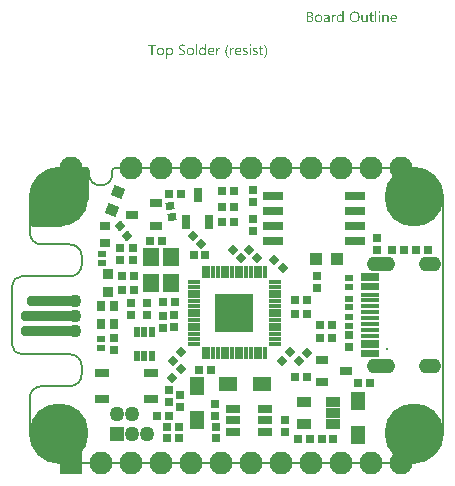
<source format=gts>
G04*
G04 #@! TF.GenerationSoftware,Altium Limited,Altium Designer,22.10.1 (41)*
G04*
G04 Layer_Color=8388736*
%FSAX26Y26*%
%MOIN*%
G70*
G04*
G04 #@! TF.SameCoordinates,707F0866-B51C-4875-9159-03E13B4690FC*
G04*
G04*
G04 #@! TF.FilePolarity,Negative*
G04*
G01*
G75*
%ADD11C,0.007874*%
%ADD18C,0.005118*%
%ADD49R,0.041339X0.029528*%
%ADD50C,0.003937*%
%ADD51R,0.031496X0.019685*%
%ADD52R,0.027559X0.025591*%
%ADD53R,0.027559X0.025591*%
%ADD54R,0.025591X0.027559*%
%ADD55R,0.061024X0.015748*%
%ADD56R,0.020472X0.036221*%
%ADD57R,0.059055X0.049213*%
%ADD58R,0.025591X0.027559*%
%ADD59R,0.043906X0.041906*%
G04:AMPARAMS|DCode=60|XSize=35.433mil|YSize=188.976mil|CornerRadius=13.819mil|HoleSize=0mil|Usage=FLASHONLY|Rotation=90.000|XOffset=0mil|YOffset=0mil|HoleType=Round|Shape=RoundedRectangle|*
%AMROUNDEDRECTD60*
21,1,0.035433,0.161339,0,0,90.0*
21,1,0.007795,0.188976,0,0,90.0*
1,1,0.027638,0.080669,0.003898*
1,1,0.027638,0.080669,-0.003898*
1,1,0.027638,-0.080669,-0.003898*
1,1,0.027638,-0.080669,0.003898*
%
%ADD60ROUNDEDRECTD60*%
G04:AMPARAMS|DCode=61|XSize=35.433mil|YSize=169.291mil|CornerRadius=13.819mil|HoleSize=0mil|Usage=FLASHONLY|Rotation=90.000|XOffset=0mil|YOffset=0mil|HoleType=Round|Shape=RoundedRectangle|*
%AMROUNDEDRECTD61*
21,1,0.035433,0.141654,0,0,90.0*
21,1,0.007795,0.169291,0,0,90.0*
1,1,0.027638,0.070827,0.003898*
1,1,0.027638,0.070827,-0.003898*
1,1,0.027638,-0.070827,-0.003898*
1,1,0.027638,-0.070827,0.003898*
%
%ADD61ROUNDEDRECTD61*%
%ADD62R,0.027906X0.047906*%
%ADD63R,0.011890X0.038465*%
%ADD64R,0.038465X0.011890*%
%ADD65R,0.130000X0.130000*%
%ADD66R,0.045276X0.033465*%
%ADD67R,0.045276X0.029528*%
%ADD68R,0.029528X0.035433*%
G04:AMPARAMS|DCode=69|XSize=27.559mil|YSize=25.591mil|CornerRadius=0mil|HoleSize=0mil|Usage=FLASHONLY|Rotation=225.000|XOffset=0mil|YOffset=0mil|HoleType=Round|Shape=Rectangle|*
%AMROTATEDRECTD69*
4,1,4,0.000696,0.018791,0.018791,0.000696,-0.000696,-0.018791,-0.018791,-0.000696,0.000696,0.018791,0.0*
%
%ADD69ROTATEDRECTD69*%

G04:AMPARAMS|DCode=70|XSize=25.591mil|YSize=27.559mil|CornerRadius=0mil|HoleSize=0mil|Usage=FLASHONLY|Rotation=135.000|XOffset=0mil|YOffset=0mil|HoleType=Round|Shape=Rectangle|*
%AMROTATEDRECTD70*
4,1,4,0.018791,0.000696,-0.000696,-0.018791,-0.018791,-0.000696,0.000696,0.018791,0.018791,0.000696,0.0*
%
%ADD70ROTATEDRECTD70*%

G04:AMPARAMS|DCode=71|XSize=27.559mil|YSize=25.591mil|CornerRadius=0mil|HoleSize=0mil|Usage=FLASHONLY|Rotation=10.000|XOffset=0mil|YOffset=0mil|HoleType=Round|Shape=Rectangle|*
%AMROTATEDRECTD71*
4,1,4,-0.011348,-0.014994,-0.015792,0.010208,0.011348,0.014994,0.015792,-0.010208,-0.011348,-0.014994,0.0*
%
%ADD71ROTATEDRECTD71*%

%ADD72R,0.049213X0.059055*%
G04:AMPARAMS|DCode=73|XSize=35.906mil|YSize=37.906mil|CornerRadius=0mil|HoleSize=0mil|Usage=FLASHONLY|Rotation=70.000|XOffset=0mil|YOffset=0mil|HoleType=Round|Shape=Rectangle|*
%AMROTATEDRECTD73*
4,1,4,0.011670,-0.023352,-0.023950,-0.010388,-0.011670,0.023352,0.023950,0.010388,0.011670,-0.023352,0.0*
%
%ADD73ROTATEDRECTD73*%

%ADD74R,0.037402X0.037402*%
G04:AMPARAMS|DCode=75|XSize=27.559mil|YSize=25.591mil|CornerRadius=0mil|HoleSize=0mil|Usage=FLASHONLY|Rotation=135.000|XOffset=0mil|YOffset=0mil|HoleType=Round|Shape=Rectangle|*
%AMROTATEDRECTD75*
4,1,4,0.018791,-0.000696,0.000696,-0.018791,-0.018791,0.000696,-0.000696,0.018791,0.018791,-0.000696,0.0*
%
%ADD75ROTATEDRECTD75*%

%ADD76R,0.068898X0.029528*%
%ADD77R,0.053150X0.061024*%
G04:AMPARAMS|DCode=78|XSize=25.591mil|YSize=27.559mil|CornerRadius=0mil|HoleSize=0mil|Usage=FLASHONLY|Rotation=130.000|XOffset=0mil|YOffset=0mil|HoleType=Round|Shape=Rectangle|*
%AMROTATEDRECTD78*
4,1,4,0.018780,-0.000944,-0.002331,-0.018659,-0.018780,0.000944,0.002331,0.018659,0.018780,-0.000944,0.0*
%
%ADD78ROTATEDRECTD78*%

G04:AMPARAMS|DCode=79|XSize=25.591mil|YSize=27.559mil|CornerRadius=0mil|HoleSize=0mil|Usage=FLASHONLY|Rotation=45.000|XOffset=0mil|YOffset=0mil|HoleType=Round|Shape=Rectangle|*
%AMROTATEDRECTD79*
4,1,4,0.000696,-0.018791,-0.018791,0.000696,-0.000696,0.018791,0.018791,-0.000696,0.000696,-0.018791,0.0*
%
%ADD79ROTATEDRECTD79*%

%ADD80R,0.047244X0.031496*%
%ADD81R,0.037402X0.029528*%
%ADD82C,0.076772*%
%ADD83C,0.005906*%
G04:AMPARAMS|DCode=84|XSize=5.906mil|YSize=5.906mil|CornerRadius=0mil|HoleSize=0mil|Usage=FLASHONLY|Rotation=90.000|XOffset=0mil|YOffset=0mil|HoleType=Round|Shape=RoundedRectangle|*
%AMROUNDEDRECTD84*
21,1,0.005906,0.005906,0,0,90.0*
21,1,0.005906,0.005906,0,0,90.0*
1,1,0.000000,0.002953,0.002953*
1,1,0.000000,0.002953,-0.002953*
1,1,0.000000,-0.002953,-0.002953*
1,1,0.000000,-0.002953,0.002953*
%
%ADD84ROUNDEDRECTD84*%
G04:AMPARAMS|DCode=85|XSize=49.213mil|YSize=92.52mil|CornerRadius=22.441mil|HoleSize=0mil|Usage=FLASHONLY|Rotation=90.000|XOffset=0mil|YOffset=0mil|HoleType=Round|Shape=RoundedRectangle|*
%AMROUNDEDRECTD85*
21,1,0.049213,0.047638,0,0,90.0*
21,1,0.004331,0.092520,0,0,90.0*
1,1,0.044882,0.023819,0.002165*
1,1,0.044882,0.023819,-0.002165*
1,1,0.044882,-0.023819,-0.002165*
1,1,0.044882,-0.023819,0.002165*
%
%ADD85ROUNDEDRECTD85*%
G04:AMPARAMS|DCode=86|XSize=49.213mil|YSize=72.835mil|CornerRadius=22.441mil|HoleSize=0mil|Usage=FLASHONLY|Rotation=90.000|XOffset=0mil|YOffset=0mil|HoleType=Round|Shape=RoundedRectangle|*
%AMROUNDEDRECTD86*
21,1,0.049213,0.027953,0,0,90.0*
21,1,0.004331,0.072835,0,0,90.0*
1,1,0.044882,0.013976,0.002165*
1,1,0.044882,0.013976,-0.002165*
1,1,0.044882,-0.013976,-0.002165*
1,1,0.044882,-0.013976,0.002165*
%
%ADD86ROUNDEDRECTD86*%
%ADD87R,0.076772X0.076772*%
%ADD88C,0.043307*%
%ADD89C,0.196850*%
%ADD90C,0.049606*%
%ADD91R,0.049606X0.049606*%
G36*
X00476936Y01013612D02*
X00477214Y01013550D01*
X00477493Y01013457D01*
X00477802Y01013303D01*
X00478111Y01013117D01*
X00478420Y01012870D01*
X00478450Y01012839D01*
X00478543Y01012747D01*
X00478667Y01012592D01*
X00478821Y01012376D01*
X00478945Y01012098D01*
X00479068Y01011789D01*
X00479161Y01011418D01*
X00479192Y01011016D01*
X00479192Y01010954D01*
X00479192Y01010831D01*
X00479161Y01010645D01*
X00479099Y01010367D01*
X00479007Y01010089D01*
X00478852Y01009780D01*
X00478667Y01009471D01*
X00478420Y01009162D01*
X00478389Y01009131D01*
X00478296Y01009039D01*
X00478111Y01008915D01*
X00477894Y01008791D01*
X00477616Y01008668D01*
X00477307Y01008544D01*
X00476967Y01008452D01*
X00476566Y01008421D01*
X00476380Y01008421D01*
X00476195Y01008452D01*
X00475917Y01008513D01*
X00475639Y01008606D01*
X00475330Y01008730D01*
X00475021Y01008884D01*
X00474712Y01009131D01*
X00474681Y01009162D01*
X00474588Y01009255D01*
X00474464Y01009440D01*
X00474341Y01009657D01*
X00474217Y01009904D01*
X00474094Y01010244D01*
X00474001Y01010615D01*
X00473970Y01011016D01*
X00473970Y01011078D01*
X00473970Y01011202D01*
X00474001Y01011418D01*
X00474063Y01011665D01*
X00474155Y01011974D01*
X00474279Y01012283D01*
X00474464Y01012592D01*
X00474712Y01012870D01*
X00474743Y01012901D01*
X00474835Y01012994D01*
X00475021Y01013117D01*
X00475237Y01013272D01*
X00475515Y01013395D01*
X00475824Y01013519D01*
X00476164Y01013612D01*
X00476566Y01013643D01*
X00476751Y01013643D01*
X00476936Y01013612D01*
X00476936Y01013612D02*
G37*
G36*
X00357261Y00976964D02*
X00353244Y00976964D01*
X00353244Y00981198D01*
X00353151Y00981198D01*
X00353120Y00981136D01*
X00353027Y00980981D01*
X00352842Y00980765D01*
X00352626Y00980456D01*
X00352317Y00980085D01*
X00351977Y00979684D01*
X00351544Y00979251D01*
X00351019Y00978788D01*
X00350463Y00978324D01*
X00349814Y00977891D01*
X00349103Y00977490D01*
X00348331Y00977119D01*
X00347496Y00976810D01*
X00346569Y00976594D01*
X00345580Y00976439D01*
X00344530Y00976377D01*
X00344314Y00976377D01*
X00344066Y00976408D01*
X00343757Y00976439D01*
X00343356Y00976470D01*
X00342892Y00976563D01*
X00342367Y00976655D01*
X00341811Y00976810D01*
X00341224Y00976964D01*
X00340606Y00977212D01*
X00339988Y00977459D01*
X00339339Y00977799D01*
X00338721Y00978169D01*
X00338103Y00978633D01*
X00337516Y00979158D01*
X00336959Y00979745D01*
X00336928Y00979776D01*
X00336836Y00979900D01*
X00336712Y00980085D01*
X00336527Y00980363D01*
X00336310Y00980703D01*
X00336063Y00981105D01*
X00335816Y00981599D01*
X00335569Y00982156D01*
X00335291Y00982774D01*
X00335044Y00983453D01*
X00334796Y00984226D01*
X00334580Y00985029D01*
X00334395Y00985894D01*
X00334271Y00986852D01*
X00334178Y00987841D01*
X00334147Y00988892D01*
X00334147Y00988923D01*
X00334147Y00988954D01*
X00334147Y00989046D01*
X00334147Y00989170D01*
X00334178Y00989479D01*
X00334209Y00989912D01*
X00334240Y00990468D01*
X00334302Y00991055D01*
X00334395Y00991735D01*
X00334549Y00992476D01*
X00334704Y00993249D01*
X00334920Y00994083D01*
X00335167Y00994886D01*
X00335476Y00995752D01*
X00335816Y00996555D01*
X00336249Y00997358D01*
X00336712Y00998131D01*
X00337268Y00998872D01*
X00337299Y00998903D01*
X00337423Y00999027D01*
X00337608Y00999212D01*
X00337856Y00999460D01*
X00338164Y00999738D01*
X00338535Y01000078D01*
X00338999Y01000418D01*
X00339493Y01000757D01*
X00340080Y01001097D01*
X00340698Y01001437D01*
X00341378Y01001777D01*
X00342120Y01002055D01*
X00342923Y01002302D01*
X00343788Y01002488D01*
X00344684Y01002611D01*
X00345642Y01002642D01*
X00345859Y01002642D01*
X00346137Y01002611D01*
X00346477Y01002581D01*
X00346909Y01002519D01*
X00347404Y01002426D01*
X00347929Y01002302D01*
X00348516Y01002148D01*
X00349134Y01001932D01*
X00349752Y01001654D01*
X00350370Y01001314D01*
X00350988Y01000912D01*
X00351575Y01000448D01*
X00352162Y00999923D01*
X00352688Y00999274D01*
X00353151Y00998563D01*
X00353244Y00998563D01*
X00353244Y01014106D01*
X00357261Y01014106D01*
X00357261Y00976964D01*
X00357261Y00976964D02*
G37*
G36*
X00499401Y01002611D02*
X00499679Y01002611D01*
X00500019Y01002550D01*
X00500420Y01002488D01*
X00500853Y01002426D01*
X00501317Y01002302D01*
X00501811Y01002179D01*
X00502336Y01001993D01*
X00502861Y01001777D01*
X00503387Y01001499D01*
X00503881Y01001190D01*
X00504376Y01000850D01*
X00504839Y01000418D01*
X00505272Y00999954D01*
X00505303Y00999923D01*
X00505364Y00999830D01*
X00505488Y00999676D01*
X00505612Y00999460D01*
X00505766Y00999182D01*
X00505952Y00998842D01*
X00506168Y00998440D01*
X00506384Y00998007D01*
X00506570Y00997482D01*
X00506786Y00996926D01*
X00506971Y00996277D01*
X00507126Y00995597D01*
X00507249Y00994856D01*
X00507373Y00994052D01*
X00507435Y00993218D01*
X00507466Y00992291D01*
X00507466Y00976964D01*
X00503449Y00976964D01*
X00503449Y00991271D01*
X00503449Y00991302D01*
X00503449Y00991364D01*
X00503449Y00991457D01*
X00503449Y00991611D01*
X00503418Y00991796D01*
X00503418Y00992013D01*
X00503356Y00992507D01*
X00503263Y00993125D01*
X00503140Y00993805D01*
X00502954Y00994516D01*
X00502707Y00995257D01*
X00502398Y00995999D01*
X00502027Y00996710D01*
X00501564Y00997389D01*
X00500977Y00998007D01*
X00500328Y00998502D01*
X00499957Y00998718D01*
X00499524Y00998903D01*
X00499092Y00999058D01*
X00498628Y00999151D01*
X00498134Y00999212D01*
X00497608Y00999243D01*
X00497330Y00999243D01*
X00497114Y00999212D01*
X00496867Y00999182D01*
X00496558Y00999120D01*
X00496218Y00999058D01*
X00495878Y00998965D01*
X00495476Y00998842D01*
X00495075Y00998687D01*
X00494673Y00998502D01*
X00494240Y00998285D01*
X00493839Y00998007D01*
X00493406Y00997698D01*
X00493004Y00997358D01*
X00492634Y00996957D01*
X00492603Y00996926D01*
X00492541Y00996864D01*
X00492448Y00996740D01*
X00492325Y00996555D01*
X00492170Y00996339D01*
X00492016Y00996061D01*
X00491830Y00995752D01*
X00491645Y00995412D01*
X00491459Y00995010D01*
X00491274Y00994577D01*
X00491120Y00994114D01*
X00490965Y00993620D01*
X00490841Y00993063D01*
X00490749Y00992507D01*
X00490687Y00991889D01*
X00490656Y00991271D01*
X00490656Y00976964D01*
X00486639Y00976964D01*
X00486639Y01002055D01*
X00490656Y01002055D01*
X00490656Y00997884D01*
X00490749Y00997884D01*
X00490780Y00997946D01*
X00490872Y00998100D01*
X00491058Y00998316D01*
X00491274Y00998625D01*
X00491583Y00998996D01*
X00491923Y00999398D01*
X00492356Y00999830D01*
X00492850Y01000263D01*
X00493406Y01000696D01*
X00494024Y01001128D01*
X00494704Y01001530D01*
X00495415Y01001901D01*
X00496218Y01002210D01*
X00497083Y01002426D01*
X00498010Y01002581D01*
X00498999Y01002642D01*
X00499184Y01002642D01*
X00499401Y01002611D01*
X00499401Y01002611D02*
G37*
G36*
X00329636Y01002457D02*
X00329976Y01002457D01*
X00330347Y01002395D01*
X00330748Y01002333D01*
X00331150Y01002271D01*
X00331490Y01002148D01*
X00331490Y00997976D01*
X00331428Y00998007D01*
X00331305Y00998100D01*
X00331058Y00998224D01*
X00330718Y00998378D01*
X00330254Y00998533D01*
X00329760Y00998656D01*
X00329142Y00998749D01*
X00328431Y00998780D01*
X00328184Y00998780D01*
X00327998Y00998749D01*
X00327782Y00998718D01*
X00327535Y00998656D01*
X00326948Y00998471D01*
X00326608Y00998347D01*
X00326268Y00998193D01*
X00325897Y00997976D01*
X00325526Y00997760D01*
X00325187Y00997482D01*
X00324816Y00997142D01*
X00324476Y00996771D01*
X00324136Y00996339D01*
X00324105Y00996308D01*
X00324074Y00996215D01*
X00323981Y00996091D01*
X00323858Y00995906D01*
X00323734Y00995659D01*
X00323580Y00995350D01*
X00323425Y00995010D01*
X00323271Y00994608D01*
X00323116Y00994176D01*
X00322962Y00993681D01*
X00322807Y00993125D01*
X00322684Y00992538D01*
X00322560Y00991889D01*
X00322467Y00991209D01*
X00322436Y00990499D01*
X00322406Y00989726D01*
X00322406Y00976964D01*
X00318389Y00976964D01*
X00318389Y01002055D01*
X00322406Y01002055D01*
X00322406Y00996864D01*
X00322498Y00996864D01*
X00322498Y00996895D01*
X00322529Y00996988D01*
X00322591Y00997111D01*
X00322653Y00997297D01*
X00322745Y00997513D01*
X00322869Y00997791D01*
X00323147Y00998378D01*
X00323518Y00999058D01*
X00323981Y00999738D01*
X00324507Y01000387D01*
X00325125Y01001005D01*
X00325156Y01001035D01*
X00325217Y01001066D01*
X00325310Y01001128D01*
X00325434Y01001252D01*
X00325588Y01001345D01*
X00325805Y01001468D01*
X00326268Y01001746D01*
X00326855Y01002024D01*
X00327535Y01002271D01*
X00328276Y01002426D01*
X00328678Y01002457D01*
X00329080Y01002488D01*
X00329327Y01002488D01*
X00329636Y01002457D01*
X00329636Y01002457D02*
G37*
G36*
X00437261Y00976964D02*
X00433244Y00976964D01*
X00433244Y00980920D01*
X00433151Y00980920D01*
X00433120Y00980858D01*
X00433027Y00980734D01*
X00432873Y00980487D01*
X00432688Y00980209D01*
X00432409Y00979869D01*
X00432070Y00979498D01*
X00431699Y00979066D01*
X00431235Y00978664D01*
X00430741Y00978231D01*
X00430154Y00977830D01*
X00429536Y00977428D01*
X00428825Y00977088D01*
X00428053Y00976810D01*
X00427249Y00976563D01*
X00426353Y00976439D01*
X00425395Y00976377D01*
X00425179Y00976377D01*
X00425024Y00976408D01*
X00424808Y00976408D01*
X00424561Y00976439D01*
X00424283Y00976501D01*
X00424005Y00976532D01*
X00423325Y00976717D01*
X00422552Y00976933D01*
X00421749Y00977273D01*
X00421347Y00977490D01*
X00420915Y00977706D01*
X00420482Y00977984D01*
X00420080Y00978262D01*
X00419679Y00978602D01*
X00419277Y00978973D01*
X00418875Y00979405D01*
X00418505Y00979838D01*
X00418165Y00980332D01*
X00417825Y00980889D01*
X00417547Y00981476D01*
X00417269Y00982094D01*
X00417021Y00982774D01*
X00416805Y00983515D01*
X00416651Y00984319D01*
X00416527Y00985153D01*
X00416465Y00986080D01*
X00416434Y00987038D01*
X00416434Y01002055D01*
X00420420Y01002055D01*
X00420420Y00987687D01*
X00420420Y00987656D01*
X00420420Y00987594D01*
X00420420Y00987501D01*
X00420420Y00987347D01*
X00420451Y00987161D01*
X00420451Y00986945D01*
X00420513Y00986451D01*
X00420606Y00985833D01*
X00420729Y00985184D01*
X00420946Y00984442D01*
X00421193Y00983731D01*
X00421502Y00982990D01*
X00421904Y00982248D01*
X00422398Y00981599D01*
X00422985Y00980981D01*
X00423696Y00980487D01*
X00424067Y00980271D01*
X00424499Y00980085D01*
X00424963Y00979931D01*
X00425426Y00979838D01*
X00425951Y00979776D01*
X00426508Y00979745D01*
X00426786Y00979745D01*
X00427002Y00979776D01*
X00427249Y00979807D01*
X00427527Y00979869D01*
X00427867Y00979931D01*
X00428207Y00980024D01*
X00428578Y00980116D01*
X00428980Y00980271D01*
X00429381Y00980456D01*
X00429783Y00980672D01*
X00430185Y00980920D01*
X00430586Y00981198D01*
X00430957Y00981538D01*
X00431328Y00981908D01*
X00431359Y00981939D01*
X00431421Y00982001D01*
X00431513Y00982125D01*
X00431637Y00982310D01*
X00431761Y00982526D01*
X00431946Y00982774D01*
X00432101Y00983083D01*
X00432286Y00983423D01*
X00432471Y00983824D01*
X00432626Y00984257D01*
X00432811Y00984720D01*
X00432935Y00985215D01*
X00433058Y00985771D01*
X00433151Y00986327D01*
X00433213Y00986945D01*
X00433244Y00987594D01*
X00433244Y01002055D01*
X00437261Y01002055D01*
X00437261Y00976964D01*
X00437261Y00976964D02*
G37*
G36*
X00478512Y00976964D02*
X00474495Y00976964D01*
X00474495Y01002055D01*
X00478512Y01002055D01*
X00478512Y00976964D01*
X00478512Y00976964D02*
G37*
G36*
X00466369Y00976964D02*
X00462352Y00976964D01*
X00462352Y01014106D01*
X00466369Y01014106D01*
X00466369Y00976964D01*
X00466369Y00976964D02*
G37*
G36*
X00302351Y01002611D02*
X00302568Y01002611D01*
X00302784Y01002581D01*
X00303062Y01002550D01*
X00303371Y01002488D01*
X00304020Y01002364D01*
X00304793Y01002148D01*
X00305565Y01001870D01*
X00306399Y01001468D01*
X00307234Y01000974D01*
X00307635Y01000696D01*
X00308037Y01000356D01*
X00308408Y00999985D01*
X00308779Y00999614D01*
X00309118Y00999182D01*
X00309428Y00998687D01*
X00309736Y00998193D01*
X00310015Y00997636D01*
X00310231Y00997019D01*
X00310447Y00996370D01*
X00310602Y00995690D01*
X00310725Y00994917D01*
X00310787Y00994145D01*
X00310818Y00993280D01*
X00310818Y00976964D01*
X00306801Y00976964D01*
X00306801Y00980858D01*
X00306708Y00980858D01*
X00306677Y00980796D01*
X00306585Y00980672D01*
X00306430Y00980456D01*
X00306214Y00980147D01*
X00305936Y00979807D01*
X00305596Y00979436D01*
X00305225Y00979035D01*
X00304762Y00978633D01*
X00304236Y00978200D01*
X00303680Y00977799D01*
X00303031Y00977428D01*
X00302351Y00977088D01*
X00301579Y00976779D01*
X00300776Y00976563D01*
X00299910Y00976439D01*
X00298983Y00976377D01*
X00298613Y00976377D01*
X00298365Y00976408D01*
X00298056Y00976439D01*
X00297685Y00976470D01*
X00297284Y00976532D01*
X00296851Y00976625D01*
X00295893Y00976872D01*
X00295430Y00977026D01*
X00294935Y00977212D01*
X00294441Y00977428D01*
X00293978Y00977706D01*
X00293545Y00978015D01*
X00293112Y00978355D01*
X00293081Y00978386D01*
X00293020Y00978448D01*
X00292927Y00978571D01*
X00292772Y00978726D01*
X00292618Y00978911D01*
X00292463Y00979158D01*
X00292247Y00979436D01*
X00292062Y00979745D01*
X00291876Y00980116D01*
X00291691Y00980518D01*
X00291505Y00980951D01*
X00291351Y00981414D01*
X00291197Y00981908D01*
X00291104Y00982434D01*
X00291042Y00983021D01*
X00291011Y00983608D01*
X00291011Y00983639D01*
X00291011Y00983701D01*
X00291011Y00983793D01*
X00291042Y00983917D01*
X00291042Y00984071D01*
X00291073Y00984257D01*
X00291135Y00984720D01*
X00291258Y00985277D01*
X00291444Y00985894D01*
X00291691Y00986574D01*
X00292062Y00987285D01*
X00292494Y00987996D01*
X00293020Y00988706D01*
X00293360Y00989046D01*
X00293699Y00989386D01*
X00294101Y00989726D01*
X00294503Y00990035D01*
X00294966Y00990344D01*
X00295461Y00990622D01*
X00295986Y00990869D01*
X00296573Y00991117D01*
X00297191Y00991333D01*
X00297840Y00991518D01*
X00298551Y00991673D01*
X00299292Y00991796D01*
X00306801Y00992847D01*
X00306801Y00992878D01*
X00306801Y00992909D01*
X00306801Y00993001D01*
X00306801Y00993125D01*
X00306770Y00993434D01*
X00306708Y00993836D01*
X00306647Y00994330D01*
X00306523Y00994886D01*
X00306368Y00995443D01*
X00306152Y00996061D01*
X00305874Y00996648D01*
X00305534Y00997235D01*
X00305132Y00997760D01*
X00304638Y00998255D01*
X00304020Y00998656D01*
X00303340Y00998965D01*
X00302969Y00999089D01*
X00302537Y00999182D01*
X00302104Y00999212D01*
X00301641Y00999243D01*
X00301424Y00999243D01*
X00301208Y00999212D01*
X00300868Y00999182D01*
X00300466Y00999151D01*
X00300003Y00999089D01*
X00299478Y00998996D01*
X00298921Y00998872D01*
X00298303Y00998687D01*
X00297655Y00998502D01*
X00296975Y00998255D01*
X00296264Y00997946D01*
X00295553Y00997575D01*
X00294843Y00997173D01*
X00294132Y00996710D01*
X00293452Y00996153D01*
X00293452Y01000263D01*
X00293483Y01000294D01*
X00293607Y01000356D01*
X00293823Y01000479D01*
X00294101Y01000634D01*
X00294472Y01000819D01*
X00294874Y01001005D01*
X00295368Y01001221D01*
X00295924Y01001468D01*
X00296511Y01001684D01*
X00297160Y01001901D01*
X00297871Y01002086D01*
X00298613Y01002271D01*
X00299416Y01002426D01*
X00300219Y01002550D01*
X00301084Y01002611D01*
X00301981Y01002642D01*
X00302197Y01002642D01*
X00302351Y01002611D01*
X00302351Y01002611D02*
G37*
G36*
X00245990Y01012067D02*
X00246361Y01012036D01*
X00246793Y01011974D01*
X00247288Y01011912D01*
X00247844Y01011820D01*
X00248400Y01011696D01*
X00248987Y01011542D01*
X00249605Y01011356D01*
X00250192Y01011140D01*
X00250810Y01010893D01*
X00251366Y01010584D01*
X00251923Y01010244D01*
X00252448Y01009842D01*
X00252479Y01009811D01*
X00252571Y01009749D01*
X00252695Y01009626D01*
X00252850Y01009440D01*
X00253066Y01009224D01*
X00253282Y01008946D01*
X00253529Y01008637D01*
X00253777Y01008297D01*
X00254024Y01007895D01*
X00254271Y01007463D01*
X00254487Y01006968D01*
X00254704Y01006474D01*
X00254858Y01005918D01*
X00254982Y01005331D01*
X00255074Y01004713D01*
X00255105Y01004064D01*
X00255105Y01004033D01*
X00255105Y01003940D01*
X00255105Y01003786D01*
X00255074Y01003569D01*
X00255043Y01003291D01*
X00255013Y01003013D01*
X00254982Y01002673D01*
X00254920Y01002302D01*
X00254704Y01001468D01*
X00254425Y01000603D01*
X00254240Y01000139D01*
X00254024Y00999707D01*
X00253777Y00999274D01*
X00253499Y00998842D01*
X00253468Y00998811D01*
X00253437Y00998749D01*
X00253344Y00998625D01*
X00253190Y00998471D01*
X00253035Y00998316D01*
X00252850Y00998100D01*
X00252602Y00997884D01*
X00252355Y00997636D01*
X00252046Y00997389D01*
X00251706Y00997111D01*
X00251335Y00996864D01*
X00250934Y00996586D01*
X00250501Y00996339D01*
X00250069Y00996122D01*
X00249049Y00995721D01*
X00249049Y00995628D01*
X00249080Y00995628D01*
X00249203Y00995597D01*
X00249389Y00995566D01*
X00249636Y00995535D01*
X00249945Y00995473D01*
X00250285Y00995381D01*
X00250687Y00995257D01*
X00251088Y00995134D01*
X00251984Y00994794D01*
X00252479Y00994577D01*
X00252942Y00994299D01*
X00253406Y00994021D01*
X00253869Y00993712D01*
X00254333Y00993341D01*
X00254734Y00992940D01*
X00254765Y00992909D01*
X00254827Y00992847D01*
X00254920Y00992723D01*
X00255074Y00992538D01*
X00255229Y00992291D01*
X00255414Y00992044D01*
X00255600Y00991704D01*
X00255816Y00991364D01*
X00256001Y00990962D01*
X00256187Y00990499D01*
X00256372Y00990035D01*
X00256527Y00989510D01*
X00256681Y00988923D01*
X00256774Y00988336D01*
X00256836Y00987718D01*
X00256867Y00987038D01*
X00256867Y00986976D01*
X00256867Y00986852D01*
X00256836Y00986605D01*
X00256805Y00986296D01*
X00256774Y00985894D01*
X00256681Y00985462D01*
X00256589Y00984967D01*
X00256465Y00984442D01*
X00256279Y00983855D01*
X00256063Y00983268D01*
X00255816Y00982681D01*
X00255507Y00982063D01*
X00255136Y00981445D01*
X00254704Y00980858D01*
X00254209Y00980302D01*
X00253622Y00979745D01*
X00253591Y00979715D01*
X00253468Y00979622D01*
X00253282Y00979498D01*
X00253035Y00979313D01*
X00252726Y00979096D01*
X00252324Y00978880D01*
X00251892Y00978602D01*
X00251397Y00978355D01*
X00250810Y00978108D01*
X00250192Y00977861D01*
X00249543Y00977613D01*
X00248802Y00977397D01*
X00248029Y00977212D01*
X00247226Y00977088D01*
X00246361Y00976995D01*
X00245464Y00976964D01*
X00235237Y00976964D01*
X00235237Y01012098D01*
X00245650Y01012098D01*
X00245990Y01012067D01*
X00245990Y01012067D02*
G37*
G36*
X00450671Y01002055D02*
X00457006Y01002055D01*
X00457006Y00998594D01*
X00450671Y00998594D01*
X00450671Y00984473D01*
X00450671Y00984442D01*
X00450671Y00984350D01*
X00450671Y00984226D01*
X00450671Y00984071D01*
X00450702Y00983855D01*
X00450733Y00983608D01*
X00450795Y00983083D01*
X00450888Y00982465D01*
X00451042Y00981878D01*
X00451259Y00981321D01*
X00451382Y00981074D01*
X00451537Y00980858D01*
X00451567Y00980827D01*
X00451691Y00980703D01*
X00451907Y00980518D01*
X00452216Y00980332D01*
X00452618Y00980116D01*
X00453113Y00979962D01*
X00453700Y00979838D01*
X00454379Y00979776D01*
X00454627Y00979776D01*
X00454905Y00979807D01*
X00455276Y00979869D01*
X00455677Y00979993D01*
X00456141Y00980116D01*
X00456573Y00980332D01*
X00457006Y00980611D01*
X00457006Y00977181D01*
X00456975Y00977181D01*
X00456944Y00977150D01*
X00456851Y00977119D01*
X00456759Y00977057D01*
X00456419Y00976933D01*
X00456017Y00976810D01*
X00455461Y00976686D01*
X00454812Y00976563D01*
X00454070Y00976470D01*
X00453236Y00976439D01*
X00452958Y00976439D01*
X00452618Y00976501D01*
X00452216Y00976563D01*
X00451722Y00976655D01*
X00451166Y00976841D01*
X00450548Y00977057D01*
X00449961Y00977366D01*
X00449343Y00977737D01*
X00448725Y00978231D01*
X00448168Y00978818D01*
X00447921Y00979158D01*
X00447674Y00979529D01*
X00447458Y00979931D01*
X00447272Y00980363D01*
X00447087Y00980827D01*
X00446933Y00981352D01*
X00446809Y00981878D01*
X00446716Y00982465D01*
X00446685Y00983083D01*
X00446654Y00983762D01*
X00446654Y00998594D01*
X00442359Y00998594D01*
X00442359Y01002055D01*
X00446654Y01002055D01*
X00446654Y01008173D01*
X00450671Y01009471D01*
X00450671Y01002055D01*
X00450671Y01002055D02*
G37*
G36*
X00525357Y01002611D02*
X00525697Y01002581D01*
X00526129Y01002550D01*
X00526593Y01002488D01*
X00527118Y01002364D01*
X00527674Y01002241D01*
X00528292Y01002086D01*
X00528910Y01001870D01*
X00529528Y01001592D01*
X00530177Y01001283D01*
X00530795Y01000912D01*
X00531382Y01000479D01*
X00531969Y00999985D01*
X00532495Y00999429D01*
X00532525Y00999398D01*
X00532618Y00999274D01*
X00532742Y00999089D01*
X00532927Y00998842D01*
X00533113Y00998533D01*
X00533360Y00998131D01*
X00533607Y00997667D01*
X00533854Y00997142D01*
X00534101Y00996524D01*
X00534349Y00995875D01*
X00534596Y00995134D01*
X00534781Y00994361D01*
X00534967Y00993496D01*
X00535090Y00992600D01*
X00535183Y00991611D01*
X00535214Y00990591D01*
X00535214Y00988490D01*
X00517477Y00988490D01*
X00517477Y00988428D01*
X00517477Y00988305D01*
X00517508Y00988088D01*
X00517539Y00987810D01*
X00517570Y00987439D01*
X00517632Y00987038D01*
X00517693Y00986605D01*
X00517817Y00986111D01*
X00518095Y00985060D01*
X00518281Y00984535D01*
X00518497Y00983979D01*
X00518744Y00983453D01*
X00519022Y00982928D01*
X00519362Y00982465D01*
X00519733Y00982001D01*
X00519764Y00981970D01*
X00519826Y00981908D01*
X00519949Y00981785D01*
X00520135Y00981661D01*
X00520351Y00981476D01*
X00520629Y00981290D01*
X00520938Y00981074D01*
X00521278Y00980889D01*
X00521680Y00980672D01*
X00522143Y00980456D01*
X00522607Y00980271D01*
X00523163Y00980085D01*
X00523719Y00979962D01*
X00524337Y00979838D01*
X00524986Y00979776D01*
X00525666Y00979745D01*
X00525851Y00979745D01*
X00526067Y00979776D01*
X00526376Y00979776D01*
X00526747Y00979838D01*
X00527180Y00979900D01*
X00527674Y00979993D01*
X00528230Y00980085D01*
X00528817Y00980240D01*
X00529436Y00980425D01*
X00530084Y00980641D01*
X00530733Y00980920D01*
X00531413Y00981229D01*
X00532093Y00981599D01*
X00532773Y00982032D01*
X00533452Y00982526D01*
X00533452Y00978757D01*
X00533422Y00978726D01*
X00533298Y00978664D01*
X00533113Y00978540D01*
X00532865Y00978386D01*
X00532525Y00978200D01*
X00532124Y00978015D01*
X00531660Y00977799D01*
X00531135Y00977582D01*
X00530517Y00977335D01*
X00529868Y00977119D01*
X00529157Y00976933D01*
X00528385Y00976748D01*
X00527551Y00976594D01*
X00526654Y00976470D01*
X00525697Y00976408D01*
X00524708Y00976377D01*
X00524461Y00976377D01*
X00524213Y00976408D01*
X00523843Y00976439D01*
X00523379Y00976470D01*
X00522854Y00976563D01*
X00522298Y00976655D01*
X00521680Y00976810D01*
X00521031Y00976995D01*
X00520351Y00977212D01*
X00519640Y00977490D01*
X00518960Y00977799D01*
X00518250Y00978200D01*
X00517601Y00978664D01*
X00516952Y00979189D01*
X00516365Y00979776D01*
X00516334Y00979807D01*
X00516241Y00979931D01*
X00516087Y00980147D01*
X00515901Y00980425D01*
X00515654Y00980765D01*
X00515407Y00981198D01*
X00515129Y00981692D01*
X00514851Y00982279D01*
X00514573Y00982897D01*
X00514294Y00983639D01*
X00514047Y00984411D01*
X00513800Y00985277D01*
X00513615Y00986203D01*
X00513460Y00987192D01*
X00513367Y00988274D01*
X00513337Y00989386D01*
X00513337Y00989417D01*
X00513337Y00989448D01*
X00513337Y00989541D01*
X00513337Y00989633D01*
X00513367Y00989942D01*
X00513398Y00990375D01*
X00513429Y00990869D01*
X00513522Y00991426D01*
X00513615Y00992074D01*
X00513738Y00992785D01*
X00513924Y00993527D01*
X00514140Y00994299D01*
X00514418Y00995103D01*
X00514727Y00995906D01*
X00515098Y00996679D01*
X00515561Y00997482D01*
X00516056Y00998224D01*
X00516643Y00998934D01*
X00516674Y00998965D01*
X00516797Y00999089D01*
X00516983Y00999274D01*
X00517230Y00999521D01*
X00517570Y00999799D01*
X00517972Y01000109D01*
X00518404Y01000448D01*
X00518929Y01000788D01*
X00519486Y01001128D01*
X00520135Y01001468D01*
X00520814Y01001777D01*
X00521525Y01002055D01*
X00522298Y01002302D01*
X00523132Y01002488D01*
X00523997Y01002611D01*
X00524893Y01002642D01*
X00525110Y01002642D01*
X00525357Y01002611D01*
X00525357Y01002611D02*
G37*
G36*
X00394928Y01012654D02*
X00395144Y01012654D01*
X00395360Y01012623D01*
X00395639Y01012623D01*
X00396257Y01012530D01*
X00396967Y01012438D01*
X00397771Y01012283D01*
X00398636Y01012067D01*
X00399532Y01011820D01*
X00400490Y01011480D01*
X00401448Y01011078D01*
X00402437Y01010615D01*
X00403425Y01010058D01*
X00404352Y01009409D01*
X00405279Y01008637D01*
X00406144Y01007772D01*
X00406206Y01007710D01*
X00406330Y01007555D01*
X00406546Y01007277D01*
X00406855Y01006876D01*
X00407164Y01006381D01*
X00407566Y01005794D01*
X00407968Y01005114D01*
X00408369Y01004342D01*
X00408771Y01003446D01*
X00409173Y01002488D01*
X00409574Y01001437D01*
X00409914Y01000294D01*
X00410192Y00999058D01*
X00410409Y00997760D01*
X00410532Y00996400D01*
X00410594Y00994948D01*
X00410594Y00994917D01*
X00410594Y00994856D01*
X00410594Y00994732D01*
X00410594Y00994577D01*
X00410563Y00994361D01*
X00410563Y00994114D01*
X00410532Y00993836D01*
X00410532Y00993527D01*
X00410501Y00993187D01*
X00410471Y00992816D01*
X00410347Y00991982D01*
X00410223Y00991024D01*
X00410038Y00990035D01*
X00409791Y00988954D01*
X00409482Y00987841D01*
X00409111Y00986729D01*
X00408678Y00985586D01*
X00408153Y00984473D01*
X00407535Y00983361D01*
X00406824Y00982341D01*
X00406021Y00981352D01*
X00405959Y00981290D01*
X00405805Y00981136D01*
X00405557Y00980889D01*
X00405187Y00980580D01*
X00404723Y00980209D01*
X00404167Y00979776D01*
X00403549Y00979344D01*
X00402807Y00978880D01*
X00401973Y00978417D01*
X00401046Y00977953D01*
X00400057Y00977521D01*
X00398976Y00977150D01*
X00397801Y00976841D01*
X00396565Y00976594D01*
X00395237Y00976439D01*
X00393846Y00976377D01*
X00393506Y00976377D01*
X00393352Y00976408D01*
X00393136Y00976408D01*
X00392888Y00976439D01*
X00392610Y00976470D01*
X00391961Y00976532D01*
X00391251Y00976625D01*
X00390416Y00976779D01*
X00389551Y00976995D01*
X00388593Y00977242D01*
X00387635Y00977582D01*
X00386647Y00977984D01*
X00385627Y00978448D01*
X00384638Y00979004D01*
X00383680Y00979684D01*
X00382722Y00980425D01*
X00381857Y00981290D01*
X00381795Y00981352D01*
X00381672Y00981507D01*
X00381455Y00981785D01*
X00381146Y00982187D01*
X00380807Y00982681D01*
X00380436Y00983268D01*
X00380034Y00983948D01*
X00379632Y00984751D01*
X00379200Y00985616D01*
X00378798Y00986574D01*
X00378427Y00987625D01*
X00378087Y00988768D01*
X00377778Y00990004D01*
X00377562Y00991302D01*
X00377438Y00992662D01*
X00377377Y00994114D01*
X00377377Y00994145D01*
X00377377Y00994207D01*
X00377377Y00994330D01*
X00377377Y00994485D01*
X00377408Y00994701D01*
X00377408Y00994917D01*
X00377438Y00995195D01*
X00377438Y00995504D01*
X00377469Y00995844D01*
X00377531Y00996246D01*
X00377624Y00997049D01*
X00377747Y00997976D01*
X00377964Y00998965D01*
X00378180Y01000047D01*
X00378489Y01001128D01*
X00378860Y01002241D01*
X00379292Y01003384D01*
X00379818Y01004496D01*
X00380436Y01005578D01*
X00381146Y01006628D01*
X00381950Y01007617D01*
X00382012Y01007679D01*
X00382166Y01007833D01*
X00382413Y01008081D01*
X00382784Y01008421D01*
X00383248Y01008791D01*
X00383835Y01009224D01*
X00384484Y01009688D01*
X00385225Y01010151D01*
X00386090Y01010615D01*
X00387017Y01011078D01*
X00388037Y01011511D01*
X00389149Y01011881D01*
X00390355Y01012221D01*
X00391622Y01012468D01*
X00392981Y01012623D01*
X00394433Y01012685D01*
X00394742Y01012685D01*
X00394928Y01012654D01*
X00394928Y01012654D02*
G37*
G36*
X00275067Y01002611D02*
X00275468Y01002581D01*
X00275932Y01002550D01*
X00276488Y01002457D01*
X00277075Y01002364D01*
X00277724Y01002210D01*
X00278435Y01002024D01*
X00279146Y01001808D01*
X00279856Y01001530D01*
X00280598Y01001190D01*
X00281308Y01000788D01*
X00282019Y01000325D01*
X00282668Y00999799D01*
X00283286Y00999182D01*
X00283317Y00999151D01*
X00283410Y00999027D01*
X00283564Y00998811D01*
X00283781Y00998533D01*
X00284028Y00998193D01*
X00284275Y00997760D01*
X00284584Y00997266D01*
X00284862Y00996679D01*
X00285171Y00996030D01*
X00285449Y00995319D01*
X00285696Y00994547D01*
X00285943Y00993681D01*
X00286160Y00992754D01*
X00286314Y00991765D01*
X00286407Y00990715D01*
X00286438Y00989602D01*
X00286438Y00989572D01*
X00286438Y00989541D01*
X00286438Y00989448D01*
X00286438Y00989324D01*
X00286407Y00989015D01*
X00286376Y00988614D01*
X00286345Y00988088D01*
X00286252Y00987501D01*
X00286160Y00986852D01*
X00286005Y00986142D01*
X00285820Y00985400D01*
X00285604Y00984597D01*
X00285325Y00983793D01*
X00285017Y00982990D01*
X00284615Y00982187D01*
X00284151Y00981414D01*
X00283626Y00980672D01*
X00283039Y00979962D01*
X00283008Y00979931D01*
X00282884Y00979807D01*
X00282699Y00979622D01*
X00282421Y00979405D01*
X00282081Y00979127D01*
X00281679Y00978818D01*
X00281185Y00978509D01*
X00280629Y00978169D01*
X00280011Y00977830D01*
X00279331Y00977521D01*
X00278589Y00977212D01*
X00277786Y00976933D01*
X00276890Y00976717D01*
X00275963Y00976532D01*
X00275005Y00976408D01*
X00273954Y00976377D01*
X00273707Y00976377D01*
X00273429Y00976408D01*
X00273027Y00976439D01*
X00272564Y00976470D01*
X00272008Y00976563D01*
X00271421Y00976655D01*
X00270772Y00976810D01*
X00270061Y00976995D01*
X00269350Y00977242D01*
X00268609Y00977521D01*
X00267867Y00977861D01*
X00267125Y00978262D01*
X00266384Y00978726D01*
X00265704Y00979251D01*
X00265055Y00979869D01*
X00265024Y00979900D01*
X00264901Y00980024D01*
X00264746Y00980240D01*
X00264530Y00980518D01*
X00264283Y00980858D01*
X00264005Y00981290D01*
X00263726Y00981785D01*
X00263417Y00982372D01*
X00263108Y00982990D01*
X00262799Y00983701D01*
X00262521Y00984473D01*
X00262274Y00985307D01*
X00262058Y00986173D01*
X00261903Y00987130D01*
X00261780Y00988150D01*
X00261749Y00989201D01*
X00261749Y00989232D01*
X00261749Y00989263D01*
X00261749Y00989355D01*
X00261749Y00989479D01*
X00261780Y00989819D01*
X00261811Y00990251D01*
X00261841Y00990777D01*
X00261934Y00991395D01*
X00262027Y00992074D01*
X00262181Y00992816D01*
X00262367Y00993589D01*
X00262583Y00994392D01*
X00262861Y00995226D01*
X00263201Y00996061D01*
X00263603Y00996864D01*
X00264035Y00997636D01*
X00264561Y00998378D01*
X00265179Y00999089D01*
X00265210Y00999120D01*
X00265333Y00999243D01*
X00265550Y00999429D01*
X00265828Y00999645D01*
X00266168Y00999923D01*
X00266600Y01000201D01*
X00267094Y01000541D01*
X00267651Y01000881D01*
X00268269Y01001190D01*
X00268979Y01001530D01*
X00269752Y01001808D01*
X00270586Y01002086D01*
X00271482Y01002302D01*
X00272440Y01002488D01*
X00273460Y01002611D01*
X00274541Y01002642D01*
X00274789Y01002642D01*
X00275067Y01002611D01*
X00275067Y01002611D02*
G37*
G36*
X00046501Y00903487D02*
X00046779Y00903426D01*
X00047057Y00903333D01*
X00047366Y00903178D01*
X00047675Y00902993D01*
X00047984Y00902746D01*
X00048015Y00902715D01*
X00048107Y00902622D01*
X00048231Y00902468D01*
X00048386Y00902251D01*
X00048509Y00901973D01*
X00048633Y00901664D01*
X00048725Y00901293D01*
X00048756Y00900892D01*
X00048756Y00900830D01*
X00048756Y00900706D01*
X00048725Y00900521D01*
X00048664Y00900243D01*
X00048571Y00899965D01*
X00048416Y00899656D01*
X00048231Y00899347D01*
X00047984Y00899038D01*
X00047953Y00899007D01*
X00047860Y00898914D01*
X00047675Y00898790D01*
X00047459Y00898667D01*
X00047180Y00898543D01*
X00046871Y00898420D01*
X00046532Y00898327D01*
X00046130Y00898296D01*
X00045944Y00898296D01*
X00045759Y00898327D01*
X00045481Y00898389D01*
X00045203Y00898481D01*
X00044894Y00898605D01*
X00044585Y00898760D01*
X00044276Y00899007D01*
X00044245Y00899038D01*
X00044152Y00899130D01*
X00044029Y00899316D01*
X00043905Y00899532D01*
X00043781Y00899779D01*
X00043658Y00900119D01*
X00043565Y00900490D01*
X00043534Y00900892D01*
X00043534Y00900953D01*
X00043534Y00901077D01*
X00043565Y00901293D01*
X00043627Y00901541D01*
X00043720Y00901850D01*
X00043843Y00902159D01*
X00044029Y00902468D01*
X00044276Y00902746D01*
X00044307Y00902777D01*
X00044399Y00902869D01*
X00044585Y00902993D01*
X00044801Y00903147D01*
X00045079Y00903271D01*
X00045388Y00903395D01*
X00045728Y00903487D01*
X00046130Y00903518D01*
X00046315Y00903518D01*
X00046501Y00903487D01*
X00046501Y00903487D02*
G37*
G36*
X-00179286Y00902529D02*
X-00178853Y00902529D01*
X-00178359Y00902499D01*
X-00177803Y00902468D01*
X-00177215Y00902406D01*
X-00175979Y00902251D01*
X-00174743Y00902035D01*
X-00174125Y00901880D01*
X-00173569Y00901726D01*
X-00173013Y00901510D01*
X-00172549Y00901293D01*
X-00172549Y00896658D01*
X-00172580Y00896689D01*
X-00172704Y00896751D01*
X-00172858Y00896844D01*
X-00173106Y00896998D01*
X-00173415Y00897153D01*
X-00173786Y00897338D01*
X-00174218Y00897554D01*
X-00174713Y00897740D01*
X-00175269Y00897956D01*
X-00175887Y00898142D01*
X-00176536Y00898327D01*
X-00177246Y00898481D01*
X-00177988Y00898636D01*
X-00178791Y00898729D01*
X-00179656Y00898790D01*
X-00180553Y00898821D01*
X-00181047Y00898821D01*
X-00181387Y00898790D01*
X-00181789Y00898760D01*
X-00182252Y00898698D01*
X-00182746Y00898636D01*
X-00183241Y00898543D01*
X-00183303Y00898543D01*
X-00183457Y00898481D01*
X-00183704Y00898420D01*
X-00184044Y00898327D01*
X-00184415Y00898203D01*
X-00184817Y00898049D01*
X-00185249Y00897833D01*
X-00185651Y00897616D01*
X-00185682Y00897585D01*
X-00185837Y00897493D01*
X-00186022Y00897369D01*
X-00186269Y00897184D01*
X-00186516Y00896937D01*
X-00186825Y00896658D01*
X-00187103Y00896349D01*
X-00187351Y00895979D01*
X-00187381Y00895948D01*
X-00187443Y00895793D01*
X-00187567Y00895577D01*
X-00187660Y00895299D01*
X-00187783Y00894959D01*
X-00187907Y00894526D01*
X-00187969Y00894063D01*
X-00188000Y00893538D01*
X-00188000Y00893476D01*
X-00188000Y00893321D01*
X-00187969Y00893043D01*
X-00187938Y00892734D01*
X-00187876Y00892363D01*
X-00187783Y00891962D01*
X-00187660Y00891560D01*
X-00187505Y00891189D01*
X-00187474Y00891158D01*
X-00187412Y00891035D01*
X-00187289Y00890849D01*
X-00187134Y00890602D01*
X-00186918Y00890324D01*
X-00186671Y00890015D01*
X-00186362Y00889706D01*
X-00186022Y00889397D01*
X-00185991Y00889366D01*
X-00185837Y00889273D01*
X-00185620Y00889088D01*
X-00185342Y00888903D01*
X-00185002Y00888655D01*
X-00184601Y00888408D01*
X-00184137Y00888099D01*
X-00183643Y00887821D01*
X-00183612Y00887821D01*
X-00183581Y00887790D01*
X-00183395Y00887697D01*
X-00183086Y00887543D01*
X-00182716Y00887327D01*
X-00182221Y00887110D01*
X-00181665Y00886832D01*
X-00181047Y00886523D01*
X-00180398Y00886183D01*
X-00180367Y00886183D01*
X-00180305Y00886152D01*
X-00180213Y00886091D01*
X-00180089Y00886029D01*
X-00179904Y00885936D01*
X-00179718Y00885843D01*
X-00179255Y00885596D01*
X-00178699Y00885287D01*
X-00178081Y00884947D01*
X-00177463Y00884607D01*
X-00176814Y00884206D01*
X-00176783Y00884206D01*
X-00176752Y00884175D01*
X-00176659Y00884113D01*
X-00176536Y00884020D01*
X-00176196Y00883804D01*
X-00175794Y00883526D01*
X-00175331Y00883186D01*
X-00174836Y00882815D01*
X-00174342Y00882383D01*
X-00173847Y00881919D01*
X-00173786Y00881857D01*
X-00173631Y00881703D01*
X-00173415Y00881456D01*
X-00173106Y00881116D01*
X-00172797Y00880714D01*
X-00172457Y00880250D01*
X-00172148Y00879725D01*
X-00171839Y00879169D01*
X-00171839Y00879138D01*
X-00171808Y00879107D01*
X-00171777Y00879014D01*
X-00171715Y00878891D01*
X-00171592Y00878582D01*
X-00171437Y00878180D01*
X-00171314Y00877655D01*
X-00171190Y00877068D01*
X-00171097Y00876419D01*
X-00171066Y00875708D01*
X-00171066Y00875677D01*
X-00171066Y00875585D01*
X-00171066Y00875461D01*
X-00171066Y00875276D01*
X-00171097Y00875059D01*
X-00171128Y00874781D01*
X-00171159Y00874503D01*
X-00171190Y00874194D01*
X-00171314Y00873483D01*
X-00171499Y00872742D01*
X-00171746Y00872000D01*
X-00172086Y00871289D01*
X-00172086Y00871259D01*
X-00172117Y00871197D01*
X-00172179Y00871104D01*
X-00172271Y00870981D01*
X-00172488Y00870672D01*
X-00172797Y00870239D01*
X-00173198Y00869775D01*
X-00173662Y00869281D01*
X-00174218Y00868817D01*
X-00174836Y00868354D01*
X-00174867Y00868354D01*
X-00174929Y00868292D01*
X-00175022Y00868261D01*
X-00175145Y00868169D01*
X-00175300Y00868076D01*
X-00175516Y00867983D01*
X-00175979Y00867736D01*
X-00176566Y00867489D01*
X-00177246Y00867211D01*
X-00177988Y00866963D01*
X-00178822Y00866747D01*
X-00178853Y00866747D01*
X-00178915Y00866716D01*
X-00179038Y00866716D01*
X-00179224Y00866685D01*
X-00179409Y00866624D01*
X-00179656Y00866593D01*
X-00179935Y00866562D01*
X-00180274Y00866500D01*
X-00180985Y00866407D01*
X-00181789Y00866346D01*
X-00182654Y00866284D01*
X-00183581Y00866253D01*
X-00183921Y00866253D01*
X-00184137Y00866284D01*
X-00184446Y00866284D01*
X-00184817Y00866315D01*
X-00185219Y00866346D01*
X-00185651Y00866407D01*
X-00185713Y00866407D01*
X-00185867Y00866438D01*
X-00186115Y00866469D01*
X-00186424Y00866500D01*
X-00186794Y00866562D01*
X-00187227Y00866624D01*
X-00187660Y00866685D01*
X-00188154Y00866778D01*
X-00188216Y00866778D01*
X-00188370Y00866809D01*
X-00188618Y00866871D01*
X-00188927Y00866963D01*
X-00189297Y00867025D01*
X-00189699Y00867149D01*
X-00190564Y00867396D01*
X-00190626Y00867427D01*
X-00190750Y00867458D01*
X-00190966Y00867551D01*
X-00191213Y00867643D01*
X-00191491Y00867767D01*
X-00191800Y00867921D01*
X-00192109Y00868076D01*
X-00192387Y00868261D01*
X-00192387Y00873113D01*
X-00192356Y00873082D01*
X-00192233Y00872989D01*
X-00192047Y00872835D01*
X-00191831Y00872680D01*
X-00191522Y00872464D01*
X-00191182Y00872247D01*
X-00190811Y00872000D01*
X-00190379Y00871784D01*
X-00190317Y00871753D01*
X-00190162Y00871691D01*
X-00189946Y00871568D01*
X-00189637Y00871444D01*
X-00189266Y00871289D01*
X-00188865Y00871104D01*
X-00188401Y00870919D01*
X-00187938Y00870764D01*
X-00187876Y00870733D01*
X-00187721Y00870702D01*
X-00187443Y00870641D01*
X-00187134Y00870548D01*
X-00186733Y00870424D01*
X-00186300Y00870332D01*
X-00185342Y00870146D01*
X-00185280Y00870146D01*
X-00185126Y00870115D01*
X-00184879Y00870084D01*
X-00184539Y00870053D01*
X-00184168Y00869992D01*
X-00183766Y00869961D01*
X-00182932Y00869930D01*
X-00182561Y00869930D01*
X-00182314Y00869961D01*
X-00182005Y00869961D01*
X-00181634Y00869992D01*
X-00181232Y00870053D01*
X-00180800Y00870115D01*
X-00179873Y00870270D01*
X-00178946Y00870517D01*
X-00178050Y00870857D01*
X-00177648Y00871073D01*
X-00177277Y00871320D01*
X-00177246Y00871351D01*
X-00177185Y00871382D01*
X-00177092Y00871475D01*
X-00176968Y00871598D01*
X-00176845Y00871722D01*
X-00176690Y00871908D01*
X-00176505Y00872124D01*
X-00176319Y00872371D01*
X-00176165Y00872649D01*
X-00175979Y00872927D01*
X-00175670Y00873638D01*
X-00175578Y00874040D01*
X-00175485Y00874472D01*
X-00175423Y00874905D01*
X-00175392Y00875399D01*
X-00175392Y00875430D01*
X-00175392Y00875461D01*
X-00175392Y00875646D01*
X-00175423Y00875894D01*
X-00175454Y00876234D01*
X-00175547Y00876635D01*
X-00175639Y00877037D01*
X-00175794Y00877470D01*
X-00176010Y00877871D01*
X-00176041Y00877933D01*
X-00176134Y00878057D01*
X-00176257Y00878242D01*
X-00176443Y00878520D01*
X-00176690Y00878798D01*
X-00176999Y00879138D01*
X-00177339Y00879447D01*
X-00177741Y00879787D01*
X-00177803Y00879818D01*
X-00177926Y00879942D01*
X-00178173Y00880127D01*
X-00178482Y00880343D01*
X-00178884Y00880590D01*
X-00179317Y00880869D01*
X-00179811Y00881178D01*
X-00180367Y00881456D01*
X-00180398Y00881456D01*
X-00180429Y00881486D01*
X-00180522Y00881548D01*
X-00180614Y00881610D01*
X-00180923Y00881765D01*
X-00181325Y00881981D01*
X-00181820Y00882228D01*
X-00182376Y00882506D01*
X-00182963Y00882815D01*
X-00183612Y00883155D01*
X-00183643Y00883155D01*
X-00183704Y00883186D01*
X-00183797Y00883248D01*
X-00183921Y00883310D01*
X-00184261Y00883495D01*
X-00184724Y00883742D01*
X-00185249Y00884020D01*
X-00185837Y00884329D01*
X-00187042Y00885040D01*
X-00187072Y00885040D01*
X-00187103Y00885071D01*
X-00187196Y00885133D01*
X-00187320Y00885194D01*
X-00187598Y00885411D01*
X-00187969Y00885658D01*
X-00188401Y00885967D01*
X-00188865Y00886338D01*
X-00189328Y00886709D01*
X-00189792Y00887141D01*
X-00189853Y00887203D01*
X-00189977Y00887357D01*
X-00190193Y00887574D01*
X-00190471Y00887883D01*
X-00190750Y00888284D01*
X-00191059Y00888717D01*
X-00191368Y00889212D01*
X-00191646Y00889737D01*
X-00191646Y00889768D01*
X-00191677Y00889799D01*
X-00191708Y00889891D01*
X-00191738Y00890015D01*
X-00191862Y00890324D01*
X-00191986Y00890726D01*
X-00192109Y00891220D01*
X-00192233Y00891807D01*
X-00192295Y00892456D01*
X-00192326Y00893167D01*
X-00192326Y00893198D01*
X-00192326Y00893259D01*
X-00192326Y00893414D01*
X-00192295Y00893568D01*
X-00192295Y00893785D01*
X-00192264Y00894032D01*
X-00192202Y00894588D01*
X-00192078Y00895237D01*
X-00191893Y00895948D01*
X-00191615Y00896658D01*
X-00191275Y00897338D01*
X-00191275Y00897369D01*
X-00191213Y00897431D01*
X-00191151Y00897524D01*
X-00191089Y00897647D01*
X-00190842Y00897956D01*
X-00190533Y00898389D01*
X-00190132Y00898852D01*
X-00189668Y00899347D01*
X-00189143Y00899810D01*
X-00188525Y00900274D01*
X-00188494Y00900274D01*
X-00188432Y00900336D01*
X-00188339Y00900397D01*
X-00188216Y00900459D01*
X-00188061Y00900552D01*
X-00187876Y00900675D01*
X-00187381Y00900923D01*
X-00186794Y00901201D01*
X-00186145Y00901479D01*
X-00185404Y00901757D01*
X-00184601Y00901973D01*
X-00184570Y00901973D01*
X-00184508Y00902004D01*
X-00184384Y00902035D01*
X-00184230Y00902066D01*
X-00184013Y00902097D01*
X-00183797Y00902159D01*
X-00183519Y00902220D01*
X-00183210Y00902282D01*
X-00182530Y00902375D01*
X-00181789Y00902468D01*
X-00180954Y00902529D01*
X-00180120Y00902560D01*
X-00179626Y00902560D01*
X-00179286Y00902529D01*
X-00179286Y00902529D02*
G37*
G36*
X-00101634Y00866840D02*
X-00105651Y00866840D01*
X-00105651Y00871073D01*
X-00105744Y00871073D01*
X-00105775Y00871011D01*
X-00105867Y00870857D01*
X-00106053Y00870641D01*
X-00106269Y00870332D01*
X-00106578Y00869961D01*
X-00106918Y00869559D01*
X-00107350Y00869126D01*
X-00107876Y00868663D01*
X-00108432Y00868199D01*
X-00109081Y00867767D01*
X-00109792Y00867365D01*
X-00110564Y00866994D01*
X-00111398Y00866685D01*
X-00112325Y00866469D01*
X-00113314Y00866315D01*
X-00114365Y00866253D01*
X-00114581Y00866253D01*
X-00114828Y00866284D01*
X-00115137Y00866315D01*
X-00115539Y00866346D01*
X-00116002Y00866438D01*
X-00116528Y00866531D01*
X-00117084Y00866685D01*
X-00117671Y00866840D01*
X-00118289Y00867087D01*
X-00118907Y00867334D01*
X-00119556Y00867674D01*
X-00120174Y00868045D01*
X-00120792Y00868509D01*
X-00121379Y00869034D01*
X-00121935Y00869621D01*
X-00121966Y00869652D01*
X-00122059Y00869775D01*
X-00122183Y00869961D01*
X-00122368Y00870239D01*
X-00122584Y00870579D01*
X-00122831Y00870981D01*
X-00123079Y00871475D01*
X-00123326Y00872031D01*
X-00123604Y00872649D01*
X-00123851Y00873329D01*
X-00124098Y00874101D01*
X-00124315Y00874905D01*
X-00124500Y00875770D01*
X-00124624Y00876728D01*
X-00124716Y00877717D01*
X-00124747Y00878767D01*
X-00124747Y00878798D01*
X-00124747Y00878829D01*
X-00124747Y00878922D01*
X-00124747Y00879045D01*
X-00124716Y00879354D01*
X-00124685Y00879787D01*
X-00124654Y00880343D01*
X-00124593Y00880930D01*
X-00124500Y00881610D01*
X-00124346Y00882352D01*
X-00124191Y00883124D01*
X-00123975Y00883958D01*
X-00123728Y00884762D01*
X-00123418Y00885627D01*
X-00123079Y00886431D01*
X-00122646Y00887234D01*
X-00122183Y00888006D01*
X-00121626Y00888748D01*
X-00121595Y00888779D01*
X-00121472Y00888903D01*
X-00121286Y00889088D01*
X-00121039Y00889335D01*
X-00120730Y00889613D01*
X-00120359Y00889953D01*
X-00119896Y00890293D01*
X-00119401Y00890633D01*
X-00118814Y00890973D01*
X-00118196Y00891313D01*
X-00117517Y00891653D01*
X-00116775Y00891931D01*
X-00115972Y00892178D01*
X-00115106Y00892363D01*
X-00114210Y00892487D01*
X-00113252Y00892518D01*
X-00113036Y00892518D01*
X-00112758Y00892487D01*
X-00112418Y00892456D01*
X-00111986Y00892394D01*
X-00111491Y00892302D01*
X-00110966Y00892178D01*
X-00110379Y00892023D01*
X-00109761Y00891807D01*
X-00109143Y00891529D01*
X-00108525Y00891189D01*
X-00107907Y00890787D01*
X-00107320Y00890324D01*
X-00106733Y00889799D01*
X-00106207Y00889150D01*
X-00105744Y00888439D01*
X-00105651Y00888439D01*
X-00105651Y00903982D01*
X-00101634Y00903982D01*
X-00101634Y00866840D01*
X-00101634Y00866840D02*
G37*
G36*
X-00221279Y00892487D02*
X-00220939Y00892456D01*
X-00220537Y00892425D01*
X-00220074Y00892332D01*
X-00219548Y00892240D01*
X-00218961Y00892085D01*
X-00218374Y00891900D01*
X-00217756Y00891683D01*
X-00217138Y00891405D01*
X-00216489Y00891096D01*
X-00215871Y00890695D01*
X-00215284Y00890231D01*
X-00214697Y00889706D01*
X-00214172Y00889119D01*
X-00214141Y00889088D01*
X-00214048Y00888964D01*
X-00213925Y00888779D01*
X-00213739Y00888501D01*
X-00213554Y00888161D01*
X-00213307Y00887759D01*
X-00213059Y00887265D01*
X-00212812Y00886740D01*
X-00212565Y00886121D01*
X-00212318Y00885442D01*
X-00212071Y00884700D01*
X-00211885Y00883897D01*
X-00211700Y00883032D01*
X-00211576Y00882105D01*
X-00211483Y00881116D01*
X-00211453Y00880096D01*
X-00211453Y00880065D01*
X-00211453Y00880034D01*
X-00211453Y00879942D01*
X-00211453Y00879818D01*
X-00211483Y00879478D01*
X-00211514Y00879045D01*
X-00211545Y00878520D01*
X-00211607Y00877902D01*
X-00211700Y00877222D01*
X-00211823Y00876481D01*
X-00212009Y00875708D01*
X-00212194Y00874874D01*
X-00212441Y00874040D01*
X-00212750Y00873205D01*
X-00213090Y00872371D01*
X-00213492Y00871537D01*
X-00213986Y00870764D01*
X-00214512Y00870023D01*
X-00214543Y00869992D01*
X-00214666Y00869868D01*
X-00214821Y00869683D01*
X-00215068Y00869436D01*
X-00215377Y00869157D01*
X-00215748Y00868817D01*
X-00216211Y00868478D01*
X-00216706Y00868138D01*
X-00217262Y00867798D01*
X-00217911Y00867458D01*
X-00218590Y00867118D01*
X-00219332Y00866840D01*
X-00220136Y00866593D01*
X-00221001Y00866407D01*
X-00221928Y00866284D01*
X-00222886Y00866253D01*
X-00223102Y00866253D01*
X-00223349Y00866284D01*
X-00223689Y00866315D01*
X-00224091Y00866376D01*
X-00224554Y00866469D01*
X-00225079Y00866593D01*
X-00225667Y00866778D01*
X-00226254Y00866994D01*
X-00226872Y00867273D01*
X-00227490Y00867612D01*
X-00228139Y00868014D01*
X-00228757Y00868509D01*
X-00229344Y00869065D01*
X-00229900Y00869714D01*
X-00230425Y00870455D01*
X-00230518Y00870455D01*
X-00230518Y00855314D01*
X-00234535Y00855314D01*
X-00234535Y00891931D01*
X-00230518Y00891931D01*
X-00230518Y00887512D01*
X-00230425Y00887512D01*
X-00230394Y00887574D01*
X-00230271Y00887728D01*
X-00230116Y00887976D01*
X-00229869Y00888284D01*
X-00229560Y00888686D01*
X-00229189Y00889088D01*
X-00228726Y00889551D01*
X-00228231Y00890015D01*
X-00227644Y00890478D01*
X-00226995Y00890942D01*
X-00226285Y00891344D01*
X-00225512Y00891745D01*
X-00224678Y00892054D01*
X-00223751Y00892302D01*
X-00222793Y00892456D01*
X-00221742Y00892518D01*
X-00221526Y00892518D01*
X-00221279Y00892487D01*
X-00221279Y00892487D02*
G37*
G36*
X00064886Y00892487D02*
X00065164Y00892487D01*
X00065504Y00892456D01*
X00065875Y00892425D01*
X00066277Y00892363D01*
X00067204Y00892240D01*
X00068162Y00892023D01*
X00069181Y00891745D01*
X00070170Y00891375D01*
X00070170Y00887296D01*
X00070139Y00887327D01*
X00070046Y00887388D01*
X00069892Y00887450D01*
X00069676Y00887574D01*
X00069428Y00887728D01*
X00069119Y00887883D01*
X00068749Y00888037D01*
X00068347Y00888223D01*
X00067883Y00888377D01*
X00067420Y00888532D01*
X00066895Y00888686D01*
X00066338Y00888841D01*
X00065720Y00888964D01*
X00065102Y00889026D01*
X00064484Y00889088D01*
X00063805Y00889119D01*
X00063403Y00889119D01*
X00063125Y00889088D01*
X00062816Y00889057D01*
X00062476Y00888995D01*
X00061765Y00888841D01*
X00061734Y00888841D01*
X00061611Y00888810D01*
X00061456Y00888748D01*
X00061240Y00888655D01*
X00060745Y00888439D01*
X00060220Y00888130D01*
X00060189Y00888099D01*
X00060127Y00888037D01*
X00060004Y00887945D01*
X00059849Y00887821D01*
X00059510Y00887481D01*
X00059200Y00887018D01*
X00059200Y00886987D01*
X00059139Y00886894D01*
X00059108Y00886770D01*
X00059046Y00886585D01*
X00058984Y00886400D01*
X00058922Y00886152D01*
X00058892Y00885874D01*
X00058861Y00885596D01*
X00058861Y00885565D01*
X00058861Y00885442D01*
X00058892Y00885256D01*
X00058892Y00885009D01*
X00058953Y00884762D01*
X00059015Y00884484D01*
X00059077Y00884206D01*
X00059200Y00883928D01*
X00059231Y00883897D01*
X00059262Y00883804D01*
X00059355Y00883680D01*
X00059479Y00883526D01*
X00059633Y00883371D01*
X00059788Y00883155D01*
X00060251Y00882753D01*
X00060282Y00882722D01*
X00060375Y00882661D01*
X00060529Y00882568D01*
X00060715Y00882444D01*
X00060962Y00882321D01*
X00061240Y00882166D01*
X00061580Y00881981D01*
X00061920Y00881826D01*
X00061951Y00881795D01*
X00062105Y00881765D01*
X00062291Y00881672D01*
X00062569Y00881579D01*
X00062908Y00881425D01*
X00063279Y00881270D01*
X00063681Y00881116D01*
X00064144Y00880930D01*
X00064175Y00880930D01*
X00064206Y00880899D01*
X00064299Y00880869D01*
X00064423Y00880838D01*
X00064732Y00880714D01*
X00065133Y00880529D01*
X00065597Y00880343D01*
X00066122Y00880127D01*
X00066647Y00879880D01*
X00067142Y00879633D01*
X00067173Y00879633D01*
X00067204Y00879602D01*
X00067358Y00879509D01*
X00067605Y00879385D01*
X00067914Y00879200D01*
X00068285Y00878953D01*
X00068656Y00878706D01*
X00069027Y00878396D01*
X00069397Y00878087D01*
X00069428Y00878057D01*
X00069552Y00877933D01*
X00069707Y00877779D01*
X00069923Y00877531D01*
X00070139Y00877253D01*
X00070386Y00876913D01*
X00070603Y00876543D01*
X00070819Y00876141D01*
X00070850Y00876079D01*
X00070912Y00875955D01*
X00070973Y00875708D01*
X00071066Y00875399D01*
X00071159Y00875028D01*
X00071251Y00874596D01*
X00071282Y00874101D01*
X00071313Y00873545D01*
X00071313Y00873514D01*
X00071313Y00873452D01*
X00071313Y00873360D01*
X00071313Y00873236D01*
X00071282Y00872896D01*
X00071221Y00872433D01*
X00071097Y00871938D01*
X00070973Y00871382D01*
X00070757Y00870826D01*
X00070479Y00870301D01*
X00070448Y00870239D01*
X00070325Y00870084D01*
X00070139Y00869837D01*
X00069892Y00869497D01*
X00069583Y00869157D01*
X00069212Y00868756D01*
X00068779Y00868385D01*
X00068285Y00868014D01*
X00068223Y00867983D01*
X00068038Y00867860D01*
X00067760Y00867705D01*
X00067389Y00867520D01*
X00066925Y00867303D01*
X00066369Y00867087D01*
X00065782Y00866871D01*
X00065133Y00866685D01*
X00065102Y00866685D01*
X00065041Y00866654D01*
X00064948Y00866654D01*
X00064824Y00866624D01*
X00064670Y00866593D01*
X00064484Y00866562D01*
X00064021Y00866469D01*
X00063434Y00866376D01*
X00062816Y00866315D01*
X00062136Y00866284D01*
X00061394Y00866253D01*
X00061024Y00866253D01*
X00060745Y00866284D01*
X00060406Y00866284D01*
X00060035Y00866346D01*
X00059571Y00866376D01*
X00059108Y00866438D01*
X00058583Y00866531D01*
X00058057Y00866624D01*
X00056945Y00866871D01*
X00055801Y00867242D01*
X00055245Y00867489D01*
X00054689Y00867736D01*
X00054689Y00872031D01*
X00054720Y00872000D01*
X00054844Y00871938D01*
X00055029Y00871815D01*
X00055276Y00871660D01*
X00055585Y00871475D01*
X00055925Y00871259D01*
X00056358Y00871042D01*
X00056821Y00870826D01*
X00057346Y00870610D01*
X00057903Y00870393D01*
X00058490Y00870177D01*
X00059108Y00869992D01*
X00059788Y00869837D01*
X00060467Y00869714D01*
X00061178Y00869652D01*
X00061920Y00869621D01*
X00062136Y00869621D01*
X00062414Y00869652D01*
X00062754Y00869683D01*
X00063156Y00869745D01*
X00063588Y00869806D01*
X00064083Y00869930D01*
X00064577Y00870053D01*
X00065041Y00870239D01*
X00065535Y00870486D01*
X00065968Y00870764D01*
X00066369Y00871104D01*
X00066709Y00871506D01*
X00066987Y00871969D01*
X00067142Y00872525D01*
X00067204Y00872835D01*
X00067204Y00873144D01*
X00067204Y00873174D01*
X00067204Y00873329D01*
X00067173Y00873514D01*
X00067142Y00873731D01*
X00067080Y00874009D01*
X00067018Y00874287D01*
X00066895Y00874565D01*
X00066740Y00874843D01*
X00066709Y00874874D01*
X00066647Y00874967D01*
X00066555Y00875090D01*
X00066431Y00875276D01*
X00066246Y00875461D01*
X00066060Y00875677D01*
X00065813Y00875863D01*
X00065535Y00876079D01*
X00065504Y00876110D01*
X00065411Y00876172D01*
X00065226Y00876264D01*
X00065010Y00876419D01*
X00064763Y00876573D01*
X00064454Y00876728D01*
X00064083Y00876882D01*
X00063712Y00877037D01*
X00063650Y00877068D01*
X00063526Y00877099D01*
X00063310Y00877191D01*
X00063032Y00877315D01*
X00062723Y00877470D01*
X00062321Y00877624D01*
X00061920Y00877779D01*
X00061487Y00877964D01*
X00061456Y00877964D01*
X00061425Y00877995D01*
X00061333Y00878026D01*
X00061209Y00878087D01*
X00060900Y00878211D01*
X00060498Y00878366D01*
X00060035Y00878582D01*
X00059540Y00878798D01*
X00059046Y00879045D01*
X00058552Y00879293D01*
X00058490Y00879323D01*
X00058335Y00879416D01*
X00058119Y00879540D01*
X00057810Y00879725D01*
X00057470Y00879972D01*
X00057130Y00880220D01*
X00056759Y00880498D01*
X00056419Y00880807D01*
X00056389Y00880838D01*
X00056296Y00880961D01*
X00056141Y00881116D01*
X00055956Y00881363D01*
X00055740Y00881641D01*
X00055523Y00881981D01*
X00055338Y00882321D01*
X00055153Y00882722D01*
X00055122Y00882784D01*
X00055091Y00882908D01*
X00055029Y00883155D01*
X00054967Y00883433D01*
X00054874Y00883804D01*
X00054813Y00884237D01*
X00054782Y00884731D01*
X00054751Y00885256D01*
X00054751Y00885287D01*
X00054751Y00885349D01*
X00054751Y00885442D01*
X00054751Y00885565D01*
X00054782Y00885874D01*
X00054844Y00886307D01*
X00054936Y00886801D01*
X00055091Y00887327D01*
X00055276Y00887852D01*
X00055554Y00888377D01*
X00055554Y00888408D01*
X00055585Y00888439D01*
X00055709Y00888593D01*
X00055894Y00888841D01*
X00056111Y00889181D01*
X00056419Y00889520D01*
X00056790Y00889891D01*
X00057223Y00890293D01*
X00057686Y00890633D01*
X00057717Y00890633D01*
X00057748Y00890664D01*
X00057934Y00890787D01*
X00058212Y00890942D01*
X00058583Y00891158D01*
X00059046Y00891375D01*
X00059571Y00891622D01*
X00060158Y00891838D01*
X00060776Y00892023D01*
X00060807Y00892023D01*
X00060869Y00892054D01*
X00060962Y00892085D01*
X00061085Y00892116D01*
X00061240Y00892147D01*
X00061425Y00892178D01*
X00061858Y00892271D01*
X00062414Y00892363D01*
X00063001Y00892456D01*
X00063650Y00892487D01*
X00064330Y00892518D01*
X00064639Y00892518D01*
X00064886Y00892487D01*
X00064886Y00892487D02*
G37*
G36*
X00031452Y00892487D02*
X00031730Y00892487D01*
X00032070Y00892456D01*
X00032441Y00892425D01*
X00032843Y00892363D01*
X00033770Y00892240D01*
X00034728Y00892023D01*
X00035747Y00891745D01*
X00036736Y00891375D01*
X00036736Y00887296D01*
X00036705Y00887327D01*
X00036613Y00887388D01*
X00036458Y00887450D01*
X00036242Y00887574D01*
X00035995Y00887728D01*
X00035686Y00887883D01*
X00035315Y00888037D01*
X00034913Y00888223D01*
X00034450Y00888377D01*
X00033986Y00888532D01*
X00033461Y00888686D01*
X00032905Y00888841D01*
X00032287Y00888964D01*
X00031669Y00889026D01*
X00031051Y00889088D01*
X00030371Y00889119D01*
X00029969Y00889119D01*
X00029691Y00889088D01*
X00029382Y00889057D01*
X00029042Y00888995D01*
X00028331Y00888841D01*
X00028300Y00888841D01*
X00028177Y00888810D01*
X00028022Y00888748D01*
X00027806Y00888655D01*
X00027312Y00888439D01*
X00026786Y00888130D01*
X00026756Y00888099D01*
X00026694Y00888037D01*
X00026570Y00887945D01*
X00026416Y00887821D01*
X00026076Y00887481D01*
X00025767Y00887018D01*
X00025767Y00886987D01*
X00025705Y00886894D01*
X00025674Y00886770D01*
X00025612Y00886585D01*
X00025550Y00886400D01*
X00025489Y00886152D01*
X00025458Y00885874D01*
X00025427Y00885596D01*
X00025427Y00885565D01*
X00025427Y00885442D01*
X00025458Y00885256D01*
X00025458Y00885009D01*
X00025520Y00884762D01*
X00025581Y00884484D01*
X00025643Y00884206D01*
X00025767Y00883928D01*
X00025798Y00883897D01*
X00025828Y00883804D01*
X00025921Y00883680D01*
X00026045Y00883526D01*
X00026199Y00883371D01*
X00026354Y00883155D01*
X00026817Y00882753D01*
X00026848Y00882722D01*
X00026941Y00882661D01*
X00027095Y00882568D01*
X00027281Y00882444D01*
X00027528Y00882321D01*
X00027806Y00882166D01*
X00028146Y00881981D01*
X00028486Y00881826D01*
X00028517Y00881795D01*
X00028671Y00881765D01*
X00028857Y00881672D01*
X00029135Y00881579D01*
X00029475Y00881425D01*
X00029846Y00881270D01*
X00030247Y00881116D01*
X00030711Y00880930D01*
X00030742Y00880930D01*
X00030773Y00880899D01*
X00030865Y00880869D01*
X00030989Y00880838D01*
X00031298Y00880714D01*
X00031700Y00880529D01*
X00032163Y00880343D01*
X00032688Y00880127D01*
X00033214Y00879880D01*
X00033708Y00879633D01*
X00033739Y00879633D01*
X00033770Y00879602D01*
X00033924Y00879509D01*
X00034172Y00879385D01*
X00034480Y00879200D01*
X00034851Y00878953D01*
X00035222Y00878706D01*
X00035593Y00878396D01*
X00035964Y00878087D01*
X00035995Y00878057D01*
X00036118Y00877933D01*
X00036273Y00877779D01*
X00036489Y00877531D01*
X00036705Y00877253D01*
X00036953Y00876913D01*
X00037169Y00876543D01*
X00037385Y00876141D01*
X00037416Y00876079D01*
X00037478Y00875955D01*
X00037540Y00875708D01*
X00037632Y00875399D01*
X00037725Y00875028D01*
X00037818Y00874596D01*
X00037849Y00874101D01*
X00037880Y00873545D01*
X00037880Y00873514D01*
X00037880Y00873452D01*
X00037880Y00873360D01*
X00037880Y00873236D01*
X00037849Y00872896D01*
X00037787Y00872433D01*
X00037663Y00871938D01*
X00037540Y00871382D01*
X00037323Y00870826D01*
X00037045Y00870301D01*
X00037014Y00870239D01*
X00036891Y00870084D01*
X00036705Y00869837D01*
X00036458Y00869497D01*
X00036149Y00869157D01*
X00035778Y00868756D01*
X00035346Y00868385D01*
X00034851Y00868014D01*
X00034789Y00867983D01*
X00034604Y00867860D01*
X00034326Y00867705D01*
X00033955Y00867520D01*
X00033492Y00867303D01*
X00032935Y00867087D01*
X00032348Y00866871D01*
X00031700Y00866685D01*
X00031669Y00866685D01*
X00031607Y00866654D01*
X00031514Y00866654D01*
X00031390Y00866624D01*
X00031236Y00866593D01*
X00031051Y00866562D01*
X00030587Y00866469D01*
X00030000Y00866376D01*
X00029382Y00866315D01*
X00028702Y00866284D01*
X00027961Y00866253D01*
X00027590Y00866253D01*
X00027312Y00866284D01*
X00026972Y00866284D01*
X00026601Y00866346D01*
X00026137Y00866376D01*
X00025674Y00866438D01*
X00025149Y00866531D01*
X00024623Y00866624D01*
X00023511Y00866871D01*
X00022368Y00867242D01*
X00021811Y00867489D01*
X00021255Y00867736D01*
X00021255Y00872031D01*
X00021286Y00872000D01*
X00021410Y00871938D01*
X00021595Y00871815D01*
X00021842Y00871660D01*
X00022151Y00871475D01*
X00022491Y00871259D01*
X00022924Y00871042D01*
X00023387Y00870826D01*
X00023913Y00870610D01*
X00024469Y00870393D01*
X00025056Y00870177D01*
X00025674Y00869992D01*
X00026354Y00869837D01*
X00027034Y00869714D01*
X00027744Y00869652D01*
X00028486Y00869621D01*
X00028702Y00869621D01*
X00028980Y00869652D01*
X00029320Y00869683D01*
X00029722Y00869745D01*
X00030154Y00869806D01*
X00030649Y00869930D01*
X00031143Y00870053D01*
X00031607Y00870239D01*
X00032101Y00870486D01*
X00032534Y00870764D01*
X00032935Y00871104D01*
X00033275Y00871506D01*
X00033553Y00871969D01*
X00033708Y00872525D01*
X00033770Y00872835D01*
X00033770Y00873144D01*
X00033770Y00873174D01*
X00033770Y00873329D01*
X00033739Y00873514D01*
X00033708Y00873731D01*
X00033646Y00874009D01*
X00033584Y00874287D01*
X00033461Y00874565D01*
X00033306Y00874843D01*
X00033275Y00874874D01*
X00033214Y00874967D01*
X00033121Y00875090D01*
X00032997Y00875276D01*
X00032812Y00875461D01*
X00032626Y00875677D01*
X00032379Y00875863D01*
X00032101Y00876079D01*
X00032070Y00876110D01*
X00031978Y00876172D01*
X00031792Y00876264D01*
X00031576Y00876419D01*
X00031329Y00876573D01*
X00031020Y00876728D01*
X00030649Y00876882D01*
X00030278Y00877037D01*
X00030216Y00877068D01*
X00030093Y00877099D01*
X00029876Y00877191D01*
X00029598Y00877315D01*
X00029289Y00877470D01*
X00028888Y00877624D01*
X00028486Y00877779D01*
X00028053Y00877964D01*
X00028022Y00877964D01*
X00027991Y00877995D01*
X00027899Y00878026D01*
X00027775Y00878087D01*
X00027466Y00878211D01*
X00027064Y00878366D01*
X00026601Y00878582D01*
X00026107Y00878798D01*
X00025612Y00879045D01*
X00025118Y00879293D01*
X00025056Y00879323D01*
X00024901Y00879416D01*
X00024685Y00879540D01*
X00024376Y00879725D01*
X00024036Y00879972D01*
X00023696Y00880220D01*
X00023326Y00880498D01*
X00022986Y00880807D01*
X00022955Y00880838D01*
X00022862Y00880961D01*
X00022708Y00881116D01*
X00022522Y00881363D01*
X00022306Y00881641D01*
X00022090Y00881981D01*
X00021904Y00882321D01*
X00021719Y00882722D01*
X00021688Y00882784D01*
X00021657Y00882908D01*
X00021595Y00883155D01*
X00021533Y00883433D01*
X00021441Y00883804D01*
X00021379Y00884237D01*
X00021348Y00884731D01*
X00021317Y00885256D01*
X00021317Y00885287D01*
X00021317Y00885349D01*
X00021317Y00885442D01*
X00021317Y00885565D01*
X00021348Y00885874D01*
X00021410Y00886307D01*
X00021503Y00886801D01*
X00021657Y00887327D01*
X00021842Y00887852D01*
X00022120Y00888377D01*
X00022120Y00888408D01*
X00022151Y00888439D01*
X00022275Y00888593D01*
X00022460Y00888841D01*
X00022677Y00889181D01*
X00022986Y00889520D01*
X00023357Y00889891D01*
X00023789Y00890293D01*
X00024253Y00890633D01*
X00024284Y00890633D01*
X00024314Y00890664D01*
X00024500Y00890787D01*
X00024778Y00890942D01*
X00025149Y00891158D01*
X00025612Y00891375D01*
X00026137Y00891622D01*
X00026725Y00891838D01*
X00027343Y00892023D01*
X00027373Y00892023D01*
X00027435Y00892054D01*
X00027528Y00892085D01*
X00027652Y00892116D01*
X00027806Y00892147D01*
X00027991Y00892178D01*
X00028424Y00892271D01*
X00028980Y00892363D01*
X00029567Y00892456D01*
X00030216Y00892487D01*
X00030896Y00892518D01*
X00031205Y00892518D01*
X00031452Y00892487D01*
X00031452Y00892487D02*
G37*
G36*
X-00009676Y00892332D02*
X-00009336Y00892332D01*
X-00008965Y00892271D01*
X-00008563Y00892209D01*
X-00008162Y00892147D01*
X-00007822Y00892023D01*
X-00007822Y00887852D01*
X-00007883Y00887883D01*
X-00008007Y00887976D01*
X-00008254Y00888099D01*
X-00008594Y00888254D01*
X-00009058Y00888408D01*
X-00009552Y00888532D01*
X-00010170Y00888624D01*
X-00010881Y00888655D01*
X-00011128Y00888655D01*
X-00011313Y00888624D01*
X-00011530Y00888593D01*
X-00011777Y00888532D01*
X-00012364Y00888346D01*
X-00012704Y00888223D01*
X-00013044Y00888068D01*
X-00013415Y00887852D01*
X-00013785Y00887636D01*
X-00014125Y00887357D01*
X-00014496Y00887018D01*
X-00014836Y00886647D01*
X-00015176Y00886214D01*
X-00015207Y00886183D01*
X-00015238Y00886091D01*
X-00015330Y00885967D01*
X-00015454Y00885782D01*
X-00015578Y00885534D01*
X-00015732Y00885225D01*
X-00015886Y00884885D01*
X-00016041Y00884484D01*
X-00016195Y00884051D01*
X-00016350Y00883557D01*
X-00016505Y00883001D01*
X-00016628Y00882413D01*
X-00016752Y00881765D01*
X-00016844Y00881085D01*
X-00016875Y00880374D01*
X-00016906Y00879602D01*
X-00016906Y00866840D01*
X-00020923Y00866840D01*
X-00020923Y00891931D01*
X-00016906Y00891931D01*
X-00016906Y00886740D01*
X-00016814Y00886740D01*
X-00016814Y00886770D01*
X-00016783Y00886863D01*
X-00016721Y00886987D01*
X-00016659Y00887172D01*
X-00016566Y00887388D01*
X-00016443Y00887667D01*
X-00016165Y00888254D01*
X-00015794Y00888933D01*
X-00015330Y00889613D01*
X-00014805Y00890262D01*
X-00014187Y00890880D01*
X-00014156Y00890911D01*
X-00014094Y00890942D01*
X-00014002Y00891004D01*
X-00013878Y00891127D01*
X-00013723Y00891220D01*
X-00013507Y00891344D01*
X-00013044Y00891622D01*
X-00012457Y00891900D01*
X-00011777Y00892147D01*
X-00011035Y00892302D01*
X-00010633Y00892332D01*
X-00010232Y00892363D01*
X-00009985Y00892363D01*
X-00009676Y00892332D01*
X-00009676Y00892332D02*
G37*
G36*
X-00056026Y00892332D02*
X-00055686Y00892332D01*
X-00055315Y00892271D01*
X-00054913Y00892209D01*
X-00054511Y00892147D01*
X-00054172Y00892023D01*
X-00054172Y00887852D01*
X-00054233Y00887883D01*
X-00054357Y00887976D01*
X-00054604Y00888099D01*
X-00054944Y00888254D01*
X-00055408Y00888408D01*
X-00055902Y00888532D01*
X-00056520Y00888624D01*
X-00057231Y00888655D01*
X-00057478Y00888655D01*
X-00057663Y00888624D01*
X-00057880Y00888593D01*
X-00058127Y00888532D01*
X-00058714Y00888346D01*
X-00059054Y00888223D01*
X-00059394Y00888068D01*
X-00059764Y00887852D01*
X-00060135Y00887636D01*
X-00060475Y00887357D01*
X-00060846Y00887018D01*
X-00061186Y00886647D01*
X-00061526Y00886214D01*
X-00061557Y00886183D01*
X-00061588Y00886091D01*
X-00061680Y00885967D01*
X-00061804Y00885782D01*
X-00061928Y00885534D01*
X-00062082Y00885225D01*
X-00062236Y00884885D01*
X-00062391Y00884484D01*
X-00062545Y00884051D01*
X-00062700Y00883557D01*
X-00062855Y00883001D01*
X-00062978Y00882413D01*
X-00063102Y00881765D01*
X-00063194Y00881085D01*
X-00063225Y00880374D01*
X-00063256Y00879602D01*
X-00063256Y00866840D01*
X-00067273Y00866840D01*
X-00067273Y00891931D01*
X-00063256Y00891931D01*
X-00063256Y00886740D01*
X-00063163Y00886740D01*
X-00063163Y00886770D01*
X-00063133Y00886863D01*
X-00063071Y00886987D01*
X-00063009Y00887172D01*
X-00062916Y00887388D01*
X-00062793Y00887667D01*
X-00062515Y00888254D01*
X-00062144Y00888933D01*
X-00061680Y00889613D01*
X-00061155Y00890262D01*
X-00060537Y00890880D01*
X-00060506Y00890911D01*
X-00060444Y00890942D01*
X-00060352Y00891004D01*
X-00060228Y00891127D01*
X-00060074Y00891220D01*
X-00059857Y00891344D01*
X-00059394Y00891622D01*
X-00058807Y00891900D01*
X-00058127Y00892147D01*
X-00057385Y00892302D01*
X-00056983Y00892332D01*
X-00056582Y00892363D01*
X-00056335Y00892363D01*
X-00056026Y00892332D01*
X-00056026Y00892332D02*
G37*
G36*
X00048077Y00866840D02*
X00044059Y00866840D01*
X00044059Y00891931D01*
X00048077Y00891931D01*
X00048077Y00866840D01*
X00048077Y00866840D02*
G37*
G36*
X-00131174Y00866840D02*
X-00135191Y00866840D01*
X-00135191Y00903982D01*
X-00131174Y00903982D01*
X-00131174Y00866840D01*
X-00131174Y00866840D02*
G37*
G36*
X-00268927Y00898234D02*
X-00279062Y00898234D01*
X-00279062Y00866840D01*
X-00283171Y00866840D01*
X-00283171Y00898234D01*
X-00293307Y00898234D01*
X-00293307Y00901973D01*
X-00268927Y00901973D01*
X-00268927Y00898234D01*
X-00268927Y00898234D02*
G37*
G36*
X00082808Y00891931D02*
X00089143Y00891931D01*
X00089143Y00888470D01*
X00082808Y00888470D01*
X00082808Y00874349D01*
X00082808Y00874318D01*
X00082808Y00874225D01*
X00082808Y00874101D01*
X00082808Y00873947D01*
X00082839Y00873731D01*
X00082870Y00873483D01*
X00082932Y00872958D01*
X00083024Y00872340D01*
X00083179Y00871753D01*
X00083395Y00871197D01*
X00083519Y00870950D01*
X00083673Y00870733D01*
X00083704Y00870702D01*
X00083828Y00870579D01*
X00084044Y00870393D01*
X00084353Y00870208D01*
X00084755Y00869992D01*
X00085249Y00869837D01*
X00085836Y00869714D01*
X00086516Y00869652D01*
X00086763Y00869652D01*
X00087041Y00869683D01*
X00087412Y00869745D01*
X00087814Y00869868D01*
X00088277Y00869992D01*
X00088710Y00870208D01*
X00089143Y00870486D01*
X00089143Y00867056D01*
X00089112Y00867056D01*
X00089081Y00867025D01*
X00088988Y00866994D01*
X00088895Y00866933D01*
X00088555Y00866809D01*
X00088154Y00866685D01*
X00087598Y00866562D01*
X00086949Y00866438D01*
X00086207Y00866346D01*
X00085373Y00866315D01*
X00085095Y00866315D01*
X00084755Y00866376D01*
X00084353Y00866438D01*
X00083859Y00866531D01*
X00083302Y00866716D01*
X00082684Y00866933D01*
X00082097Y00867242D01*
X00081479Y00867612D01*
X00080861Y00868107D01*
X00080305Y00868694D01*
X00080058Y00869034D01*
X00079811Y00869405D01*
X00079594Y00869806D01*
X00079409Y00870239D01*
X00079224Y00870702D01*
X00079069Y00871228D01*
X00078946Y00871753D01*
X00078853Y00872340D01*
X00078822Y00872958D01*
X00078791Y00873638D01*
X00078791Y00888470D01*
X00074496Y00888470D01*
X00074496Y00891931D01*
X00078791Y00891931D01*
X00078791Y00898049D01*
X00082808Y00899347D01*
X00082808Y00891931D01*
X00082808Y00891931D02*
G37*
G36*
X00006856Y00892487D02*
X00007196Y00892456D01*
X00007628Y00892425D01*
X00008092Y00892363D01*
X00008617Y00892240D01*
X00009173Y00892116D01*
X00009791Y00891962D01*
X00010409Y00891745D01*
X00011027Y00891467D01*
X00011676Y00891158D01*
X00012294Y00890787D01*
X00012881Y00890355D01*
X00013469Y00889860D01*
X00013994Y00889304D01*
X00014025Y00889273D01*
X00014117Y00889150D01*
X00014241Y00888964D01*
X00014426Y00888717D01*
X00014612Y00888408D01*
X00014859Y00888006D01*
X00015106Y00887543D01*
X00015353Y00887018D01*
X00015601Y00886400D01*
X00015848Y00885751D01*
X00016095Y00885009D01*
X00016280Y00884237D01*
X00016466Y00883371D01*
X00016589Y00882475D01*
X00016682Y00881486D01*
X00016713Y00880467D01*
X00016713Y00878366D01*
X-00001024Y00878366D01*
X-00001024Y00878304D01*
X-00001024Y00878180D01*
X-00000993Y00877964D01*
X-00000962Y00877686D01*
X-00000931Y00877315D01*
X-00000869Y00876913D01*
X-00000807Y00876481D01*
X-00000684Y00875986D01*
X-00000406Y00874936D01*
X-00000220Y00874410D01*
X-00000004Y00873854D01*
X00000243Y00873329D01*
X00000521Y00872804D01*
X00000861Y00872340D01*
X00001232Y00871877D01*
X00001263Y00871846D01*
X00001325Y00871784D01*
X00001448Y00871660D01*
X00001634Y00871537D01*
X00001850Y00871351D01*
X00002128Y00871166D01*
X00002437Y00870950D01*
X00002777Y00870764D01*
X00003179Y00870548D01*
X00003642Y00870332D01*
X00004106Y00870146D01*
X00004662Y00869961D01*
X00005218Y00869837D01*
X00005836Y00869714D01*
X00006485Y00869652D01*
X00007165Y00869621D01*
X00007350Y00869621D01*
X00007567Y00869652D01*
X00007876Y00869652D01*
X00008246Y00869714D01*
X00008679Y00869775D01*
X00009173Y00869868D01*
X00009730Y00869961D01*
X00010317Y00870115D01*
X00010935Y00870301D01*
X00011584Y00870517D01*
X00012232Y00870795D01*
X00012912Y00871104D01*
X00013592Y00871475D01*
X00014272Y00871908D01*
X00014952Y00872402D01*
X00014952Y00868632D01*
X00014921Y00868601D01*
X00014797Y00868539D01*
X00014612Y00868416D01*
X00014365Y00868261D01*
X00014025Y00868076D01*
X00013623Y00867890D01*
X00013159Y00867674D01*
X00012634Y00867458D01*
X00012016Y00867211D01*
X00011367Y00866994D01*
X00010657Y00866809D01*
X00009884Y00866624D01*
X00009050Y00866469D01*
X00008154Y00866346D01*
X00007196Y00866284D01*
X00006207Y00866253D01*
X00005960Y00866253D01*
X00005713Y00866284D01*
X00005342Y00866315D01*
X00004878Y00866346D01*
X00004353Y00866438D01*
X00003797Y00866531D01*
X00003179Y00866685D01*
X00002530Y00866871D01*
X00001850Y00867087D01*
X00001139Y00867365D01*
X00000460Y00867674D01*
X-00000251Y00868076D01*
X-00000900Y00868539D01*
X-00001549Y00869065D01*
X-00002136Y00869652D01*
X-00002167Y00869683D01*
X-00002260Y00869806D01*
X-00002414Y00870023D01*
X-00002599Y00870301D01*
X-00002847Y00870641D01*
X-00003094Y00871073D01*
X-00003372Y00871568D01*
X-00003650Y00872155D01*
X-00003928Y00872773D01*
X-00004206Y00873514D01*
X-00004454Y00874287D01*
X-00004701Y00875152D01*
X-00004886Y00876079D01*
X-00005041Y00877068D01*
X-00005133Y00878149D01*
X-00005164Y00879262D01*
X-00005164Y00879293D01*
X-00005164Y00879323D01*
X-00005164Y00879416D01*
X-00005164Y00879509D01*
X-00005133Y00879818D01*
X-00005102Y00880250D01*
X-00005072Y00880745D01*
X-00004979Y00881301D01*
X-00004886Y00881950D01*
X-00004763Y00882661D01*
X-00004577Y00883402D01*
X-00004361Y00884175D01*
X-00004083Y00884978D01*
X-00003774Y00885782D01*
X-00003403Y00886554D01*
X-00002939Y00887357D01*
X-00002445Y00888099D01*
X-00001858Y00888810D01*
X-00001827Y00888841D01*
X-00001703Y00888964D01*
X-00001518Y00889150D01*
X-00001271Y00889397D01*
X-00000931Y00889675D01*
X-00000529Y00889984D01*
X-00000097Y00890324D01*
X00000429Y00890664D01*
X00000985Y00891004D01*
X00001634Y00891344D01*
X00002314Y00891653D01*
X00003024Y00891931D01*
X00003797Y00892178D01*
X00004631Y00892363D01*
X00005496Y00892487D01*
X00006392Y00892518D01*
X00006609Y00892518D01*
X00006856Y00892487D01*
X00006856Y00892487D02*
G37*
G36*
X-00083187Y00892487D02*
X-00082847Y00892456D01*
X-00082414Y00892425D01*
X-00081951Y00892363D01*
X-00081425Y00892240D01*
X-00080869Y00892116D01*
X-00080251Y00891962D01*
X-00079633Y00891745D01*
X-00079015Y00891467D01*
X-00078366Y00891158D01*
X-00077748Y00890787D01*
X-00077161Y00890355D01*
X-00076574Y00889860D01*
X-00076049Y00889304D01*
X-00076018Y00889273D01*
X-00075925Y00889150D01*
X-00075802Y00888964D01*
X-00075616Y00888717D01*
X-00075431Y00888408D01*
X-00075184Y00888006D01*
X-00074936Y00887543D01*
X-00074689Y00887018D01*
X-00074442Y00886400D01*
X-00074195Y00885751D01*
X-00073948Y00885009D01*
X-00073762Y00884237D01*
X-00073577Y00883371D01*
X-00073453Y00882475D01*
X-00073361Y00881486D01*
X-00073330Y00880467D01*
X-00073330Y00878366D01*
X-00091066Y00878366D01*
X-00091066Y00878304D01*
X-00091066Y00878180D01*
X-00091035Y00877964D01*
X-00091004Y00877686D01*
X-00090974Y00877315D01*
X-00090912Y00876913D01*
X-00090850Y00876481D01*
X-00090726Y00875986D01*
X-00090448Y00874936D01*
X-00090263Y00874410D01*
X-00090046Y00873854D01*
X-00089799Y00873329D01*
X-00089521Y00872804D01*
X-00089181Y00872340D01*
X-00088811Y00871877D01*
X-00088780Y00871846D01*
X-00088718Y00871784D01*
X-00088594Y00871660D01*
X-00088409Y00871537D01*
X-00088192Y00871351D01*
X-00087914Y00871166D01*
X-00087605Y00870950D01*
X-00087266Y00870764D01*
X-00086864Y00870548D01*
X-00086400Y00870332D01*
X-00085937Y00870146D01*
X-00085381Y00869961D01*
X-00084824Y00869837D01*
X-00084206Y00869714D01*
X-00083558Y00869652D01*
X-00082878Y00869621D01*
X-00082692Y00869621D01*
X-00082476Y00869652D01*
X-00082167Y00869652D01*
X-00081796Y00869714D01*
X-00081364Y00869775D01*
X-00080869Y00869868D01*
X-00080313Y00869961D01*
X-00079726Y00870115D01*
X-00079108Y00870301D01*
X-00078459Y00870517D01*
X-00077810Y00870795D01*
X-00077130Y00871104D01*
X-00076451Y00871475D01*
X-00075771Y00871908D01*
X-00075091Y00872402D01*
X-00075091Y00868632D01*
X-00075122Y00868601D01*
X-00075245Y00868539D01*
X-00075431Y00868416D01*
X-00075678Y00868261D01*
X-00076018Y00868076D01*
X-00076420Y00867890D01*
X-00076883Y00867674D01*
X-00077408Y00867458D01*
X-00078026Y00867211D01*
X-00078675Y00866994D01*
X-00079386Y00866809D01*
X-00080159Y00866624D01*
X-00080993Y00866469D01*
X-00081889Y00866346D01*
X-00082847Y00866284D01*
X-00083836Y00866253D01*
X-00084083Y00866253D01*
X-00084330Y00866284D01*
X-00084701Y00866315D01*
X-00085164Y00866346D01*
X-00085690Y00866438D01*
X-00086246Y00866531D01*
X-00086864Y00866685D01*
X-00087513Y00866871D01*
X-00088192Y00867087D01*
X-00088903Y00867365D01*
X-00089583Y00867674D01*
X-00090294Y00868076D01*
X-00090943Y00868539D01*
X-00091591Y00869065D01*
X-00092179Y00869652D01*
X-00092210Y00869683D01*
X-00092302Y00869806D01*
X-00092457Y00870023D01*
X-00092642Y00870301D01*
X-00092889Y00870641D01*
X-00093136Y00871073D01*
X-00093415Y00871568D01*
X-00093693Y00872155D01*
X-00093971Y00872773D01*
X-00094249Y00873514D01*
X-00094496Y00874287D01*
X-00094743Y00875152D01*
X-00094929Y00876079D01*
X-00095083Y00877068D01*
X-00095176Y00878149D01*
X-00095207Y00879262D01*
X-00095207Y00879293D01*
X-00095207Y00879323D01*
X-00095207Y00879416D01*
X-00095207Y00879509D01*
X-00095176Y00879818D01*
X-00095145Y00880250D01*
X-00095114Y00880745D01*
X-00095021Y00881301D01*
X-00094929Y00881950D01*
X-00094805Y00882661D01*
X-00094620Y00883402D01*
X-00094403Y00884175D01*
X-00094125Y00884978D01*
X-00093816Y00885782D01*
X-00093445Y00886554D01*
X-00092982Y00887357D01*
X-00092488Y00888099D01*
X-00091900Y00888810D01*
X-00091870Y00888841D01*
X-00091746Y00888964D01*
X-00091561Y00889150D01*
X-00091313Y00889397D01*
X-00090974Y00889675D01*
X-00090572Y00889984D01*
X-00090139Y00890324D01*
X-00089614Y00890664D01*
X-00089058Y00891004D01*
X-00088409Y00891344D01*
X-00087729Y00891653D01*
X-00087018Y00891931D01*
X-00086246Y00892178D01*
X-00085412Y00892363D01*
X-00084546Y00892487D01*
X-00083650Y00892518D01*
X-00083434Y00892518D01*
X-00083187Y00892487D01*
X-00083187Y00892487D02*
G37*
G36*
X-00152990Y00892487D02*
X-00152588Y00892456D01*
X-00152125Y00892425D01*
X-00151568Y00892332D01*
X-00150981Y00892240D01*
X-00150332Y00892085D01*
X-00149622Y00891900D01*
X-00148911Y00891683D01*
X-00148200Y00891405D01*
X-00147459Y00891066D01*
X-00146748Y00890664D01*
X-00146037Y00890200D01*
X-00145388Y00889675D01*
X-00144770Y00889057D01*
X-00144739Y00889026D01*
X-00144647Y00888903D01*
X-00144492Y00888686D01*
X-00144276Y00888408D01*
X-00144029Y00888068D01*
X-00143782Y00887636D01*
X-00143473Y00887141D01*
X-00143195Y00886554D01*
X-00142886Y00885905D01*
X-00142607Y00885194D01*
X-00142360Y00884422D01*
X-00142113Y00883557D01*
X-00141897Y00882630D01*
X-00141742Y00881641D01*
X-00141649Y00880590D01*
X-00141619Y00879478D01*
X-00141619Y00879447D01*
X-00141619Y00879416D01*
X-00141619Y00879323D01*
X-00141619Y00879200D01*
X-00141649Y00878891D01*
X-00141680Y00878489D01*
X-00141711Y00877964D01*
X-00141804Y00877377D01*
X-00141897Y00876728D01*
X-00142051Y00876017D01*
X-00142237Y00875276D01*
X-00142453Y00874472D01*
X-00142731Y00873669D01*
X-00143040Y00872865D01*
X-00143442Y00872062D01*
X-00143905Y00871289D01*
X-00144430Y00870548D01*
X-00145018Y00869837D01*
X-00145048Y00869806D01*
X-00145172Y00869683D01*
X-00145357Y00869497D01*
X-00145636Y00869281D01*
X-00145976Y00869003D01*
X-00146377Y00868694D01*
X-00146872Y00868385D01*
X-00147428Y00868045D01*
X-00148046Y00867705D01*
X-00148726Y00867396D01*
X-00149467Y00867087D01*
X-00150271Y00866809D01*
X-00151167Y00866593D01*
X-00152094Y00866407D01*
X-00153052Y00866284D01*
X-00154102Y00866253D01*
X-00154349Y00866253D01*
X-00154627Y00866284D01*
X-00155029Y00866315D01*
X-00155493Y00866346D01*
X-00156049Y00866438D01*
X-00156636Y00866531D01*
X-00157285Y00866685D01*
X-00157996Y00866871D01*
X-00158706Y00867118D01*
X-00159448Y00867396D01*
X-00160190Y00867736D01*
X-00160931Y00868138D01*
X-00161673Y00868601D01*
X-00162352Y00869126D01*
X-00163001Y00869745D01*
X-00163032Y00869775D01*
X-00163156Y00869899D01*
X-00163310Y00870115D01*
X-00163527Y00870393D01*
X-00163774Y00870733D01*
X-00164052Y00871166D01*
X-00164330Y00871660D01*
X-00164639Y00872247D01*
X-00164948Y00872865D01*
X-00165257Y00873576D01*
X-00165535Y00874349D01*
X-00165782Y00875183D01*
X-00165999Y00876048D01*
X-00166153Y00877006D01*
X-00166277Y00878026D01*
X-00166308Y00879076D01*
X-00166308Y00879107D01*
X-00166308Y00879138D01*
X-00166308Y00879231D01*
X-00166308Y00879354D01*
X-00166277Y00879694D01*
X-00166246Y00880127D01*
X-00166215Y00880652D01*
X-00166122Y00881270D01*
X-00166030Y00881950D01*
X-00165875Y00882692D01*
X-00165690Y00883464D01*
X-00165473Y00884268D01*
X-00165195Y00885102D01*
X-00164855Y00885936D01*
X-00164454Y00886740D01*
X-00164021Y00887512D01*
X-00163496Y00888254D01*
X-00162878Y00888964D01*
X-00162847Y00888995D01*
X-00162723Y00889119D01*
X-00162507Y00889304D01*
X-00162229Y00889520D01*
X-00161889Y00889799D01*
X-00161456Y00890077D01*
X-00160962Y00890417D01*
X-00160406Y00890756D01*
X-00159788Y00891066D01*
X-00159077Y00891405D01*
X-00158305Y00891683D01*
X-00157470Y00891962D01*
X-00156574Y00892178D01*
X-00155616Y00892363D01*
X-00154597Y00892487D01*
X-00153515Y00892518D01*
X-00153268Y00892518D01*
X-00152990Y00892487D01*
X-00152990Y00892487D02*
G37*
G36*
X-00252333Y00892487D02*
X-00251932Y00892456D01*
X-00251468Y00892425D01*
X-00250912Y00892332D01*
X-00250325Y00892240D01*
X-00249676Y00892085D01*
X-00248965Y00891900D01*
X-00248255Y00891683D01*
X-00247544Y00891405D01*
X-00246802Y00891066D01*
X-00246091Y00890664D01*
X-00245381Y00890200D01*
X-00244732Y00889675D01*
X-00244114Y00889057D01*
X-00244083Y00889026D01*
X-00243990Y00888903D01*
X-00243836Y00888686D01*
X-00243619Y00888408D01*
X-00243372Y00888068D01*
X-00243125Y00887636D01*
X-00242816Y00887141D01*
X-00242538Y00886554D01*
X-00242229Y00885905D01*
X-00241951Y00885194D01*
X-00241704Y00884422D01*
X-00241457Y00883557D01*
X-00241240Y00882630D01*
X-00241086Y00881641D01*
X-00240993Y00880590D01*
X-00240962Y00879478D01*
X-00240962Y00879447D01*
X-00240962Y00879416D01*
X-00240962Y00879323D01*
X-00240962Y00879200D01*
X-00240993Y00878891D01*
X-00241024Y00878489D01*
X-00241055Y00877964D01*
X-00241148Y00877377D01*
X-00241240Y00876728D01*
X-00241395Y00876017D01*
X-00241580Y00875276D01*
X-00241796Y00874472D01*
X-00242075Y00873669D01*
X-00242383Y00872865D01*
X-00242785Y00872062D01*
X-00243249Y00871289D01*
X-00243774Y00870548D01*
X-00244361Y00869837D01*
X-00244392Y00869806D01*
X-00244516Y00869683D01*
X-00244701Y00869497D01*
X-00244979Y00869281D01*
X-00245319Y00869003D01*
X-00245721Y00868694D01*
X-00246215Y00868385D01*
X-00246771Y00868045D01*
X-00247389Y00867705D01*
X-00248069Y00867396D01*
X-00248811Y00867087D01*
X-00249614Y00866809D01*
X-00250510Y00866593D01*
X-00251437Y00866407D01*
X-00252395Y00866284D01*
X-00253446Y00866253D01*
X-00253693Y00866253D01*
X-00253971Y00866284D01*
X-00254373Y00866315D01*
X-00254836Y00866346D01*
X-00255392Y00866438D01*
X-00255980Y00866531D01*
X-00256628Y00866685D01*
X-00257339Y00866871D01*
X-00258050Y00867118D01*
X-00258791Y00867396D01*
X-00259533Y00867736D01*
X-00260275Y00868138D01*
X-00261016Y00868601D01*
X-00261696Y00869126D01*
X-00262345Y00869745D01*
X-00262376Y00869775D01*
X-00262499Y00869899D01*
X-00262654Y00870115D01*
X-00262870Y00870393D01*
X-00263117Y00870733D01*
X-00263396Y00871166D01*
X-00263674Y00871660D01*
X-00263983Y00872247D01*
X-00264292Y00872865D01*
X-00264601Y00873576D01*
X-00264879Y00874349D01*
X-00265126Y00875183D01*
X-00265342Y00876048D01*
X-00265497Y00877006D01*
X-00265620Y00878026D01*
X-00265651Y00879076D01*
X-00265651Y00879107D01*
X-00265651Y00879138D01*
X-00265651Y00879231D01*
X-00265651Y00879354D01*
X-00265620Y00879694D01*
X-00265589Y00880127D01*
X-00265558Y00880652D01*
X-00265466Y00881270D01*
X-00265373Y00881950D01*
X-00265219Y00882692D01*
X-00265033Y00883464D01*
X-00264817Y00884268D01*
X-00264539Y00885102D01*
X-00264199Y00885936D01*
X-00263797Y00886740D01*
X-00263365Y00887512D01*
X-00262839Y00888254D01*
X-00262221Y00888964D01*
X-00262190Y00888995D01*
X-00262067Y00889119D01*
X-00261851Y00889304D01*
X-00261572Y00889520D01*
X-00261233Y00889799D01*
X-00260800Y00890077D01*
X-00260305Y00890417D01*
X-00259749Y00890756D01*
X-00259131Y00891066D01*
X-00258421Y00891405D01*
X-00257648Y00891683D01*
X-00256814Y00891962D01*
X-00255918Y00892178D01*
X-00254960Y00892363D01*
X-00253940Y00892487D01*
X-00252859Y00892518D01*
X-00252611Y00892518D01*
X-00252333Y00892487D01*
X-00252333Y00892487D02*
G37*
G36*
X00094612Y00901942D02*
X00094674Y00901880D01*
X00094766Y00901726D01*
X00094921Y00901572D01*
X00095075Y00901324D01*
X00095292Y00901046D01*
X00095508Y00900737D01*
X00095786Y00900366D01*
X00096064Y00899965D01*
X00096373Y00899501D01*
X00096682Y00899007D01*
X00097022Y00898451D01*
X00097362Y00897864D01*
X00097702Y00897245D01*
X00098042Y00896597D01*
X00098413Y00895886D01*
X00098783Y00895144D01*
X00099123Y00894372D01*
X00099463Y00893568D01*
X00099834Y00892703D01*
X00100143Y00891838D01*
X00100483Y00890911D01*
X00100761Y00889984D01*
X00101039Y00888995D01*
X00101534Y00886956D01*
X00101750Y00885905D01*
X00101904Y00884824D01*
X00102059Y00883711D01*
X00102151Y00882568D01*
X00102213Y00881394D01*
X00102244Y00880220D01*
X00102244Y00880189D01*
X00102244Y00880065D01*
X00102244Y00879911D01*
X00102244Y00879663D01*
X00102213Y00879354D01*
X00102182Y00878984D01*
X00102151Y00878582D01*
X00102121Y00878087D01*
X00102090Y00877593D01*
X00101997Y00877006D01*
X00101935Y00876388D01*
X00101843Y00875739D01*
X00101719Y00875059D01*
X00101595Y00874318D01*
X00101441Y00873576D01*
X00101286Y00872804D01*
X00100885Y00871135D01*
X00100359Y00869436D01*
X00099741Y00867643D01*
X00099401Y00866747D01*
X00099000Y00865851D01*
X00098598Y00864955D01*
X00098135Y00864059D01*
X00097640Y00863163D01*
X00097115Y00862267D01*
X00096528Y00861402D01*
X00095941Y00860536D01*
X00095292Y00859702D01*
X00094581Y00858868D01*
X00091028Y00858868D01*
X00091058Y00858899D01*
X00091120Y00858960D01*
X00091213Y00859115D01*
X00091367Y00859300D01*
X00091522Y00859517D01*
X00091738Y00859795D01*
X00091954Y00860104D01*
X00092233Y00860475D01*
X00092511Y00860907D01*
X00092789Y00861371D01*
X00093129Y00861865D01*
X00093438Y00862421D01*
X00093778Y00863008D01*
X00094118Y00863626D01*
X00094488Y00864275D01*
X00094859Y00864986D01*
X00095199Y00865697D01*
X00095570Y00866469D01*
X00095910Y00867273D01*
X00096250Y00868107D01*
X00096590Y00868972D01*
X00096898Y00869868D01*
X00097455Y00871753D01*
X00097949Y00873761D01*
X00098165Y00874781D01*
X00098320Y00875832D01*
X00098474Y00876913D01*
X00098567Y00878026D01*
X00098629Y00879138D01*
X00098660Y00880281D01*
X00098660Y00880312D01*
X00098660Y00880436D01*
X00098660Y00880590D01*
X00098660Y00880838D01*
X00098629Y00881116D01*
X00098598Y00881486D01*
X00098567Y00881888D01*
X00098536Y00882352D01*
X00098474Y00882877D01*
X00098413Y00883433D01*
X00098351Y00884051D01*
X00098258Y00884700D01*
X00098135Y00885380D01*
X00098011Y00886091D01*
X00097856Y00886832D01*
X00097702Y00887636D01*
X00097300Y00889273D01*
X00096775Y00891004D01*
X00096497Y00891900D01*
X00096157Y00892796D01*
X00095817Y00893723D01*
X00095415Y00894650D01*
X00094983Y00895577D01*
X00094519Y00896504D01*
X00094025Y00897431D01*
X00093499Y00898358D01*
X00092943Y00899285D01*
X00092325Y00900181D01*
X00091676Y00901077D01*
X00090966Y00901973D01*
X00094581Y00901973D01*
X00094612Y00901942D01*
X00094612Y00901942D02*
G37*
G36*
X-00025496Y00901942D02*
X-00025558Y00901880D01*
X-00025651Y00901726D01*
X-00025805Y00901541D01*
X-00025960Y00901324D01*
X-00026176Y00901046D01*
X-00026423Y00900706D01*
X-00026671Y00900336D01*
X-00026949Y00899903D01*
X-00027258Y00899439D01*
X-00027567Y00898914D01*
X-00027907Y00898358D01*
X-00028247Y00897771D01*
X-00028586Y00897153D01*
X-00028957Y00896473D01*
X-00029297Y00895762D01*
X-00029668Y00895021D01*
X-00030039Y00894248D01*
X-00030379Y00893414D01*
X-00030718Y00892580D01*
X-00031058Y00891714D01*
X-00031367Y00890787D01*
X-00031954Y00888872D01*
X-00032449Y00886863D01*
X-00032665Y00885843D01*
X-00032820Y00884762D01*
X-00032974Y00883680D01*
X-00033067Y00882568D01*
X-00033129Y00881425D01*
X-00033160Y00880281D01*
X-00033160Y00880250D01*
X-00033160Y00880158D01*
X-00033160Y00879972D01*
X-00033129Y00879725D01*
X-00033129Y00879447D01*
X-00033098Y00879076D01*
X-00033067Y00878675D01*
X-00033036Y00878211D01*
X-00032974Y00877717D01*
X-00032912Y00877160D01*
X-00032851Y00876573D01*
X-00032758Y00875924D01*
X-00032634Y00875245D01*
X-00032511Y00874534D01*
X-00032387Y00873792D01*
X-00032202Y00873020D01*
X-00031800Y00871382D01*
X-00031306Y00869652D01*
X-00030688Y00867890D01*
X-00030317Y00866994D01*
X-00029946Y00866067D01*
X-00029513Y00865171D01*
X-00029050Y00864244D01*
X-00028586Y00863317D01*
X-00028030Y00862421D01*
X-00027474Y00861525D01*
X-00026856Y00860629D01*
X-00026207Y00859733D01*
X-00025527Y00858868D01*
X-00029112Y00858868D01*
X-00029143Y00858899D01*
X-00029204Y00858960D01*
X-00029297Y00859084D01*
X-00029421Y00859269D01*
X-00029606Y00859486D01*
X-00029822Y00859764D01*
X-00030039Y00860073D01*
X-00030286Y00860413D01*
X-00030564Y00860814D01*
X-00030873Y00861278D01*
X-00031182Y00861741D01*
X-00031491Y00862267D01*
X-00031831Y00862854D01*
X-00032202Y00863441D01*
X-00032542Y00864090D01*
X-00032882Y00864770D01*
X-00033252Y00865511D01*
X-00033592Y00866253D01*
X-00033963Y00867056D01*
X-00034272Y00867890D01*
X-00034612Y00868756D01*
X-00034921Y00869652D01*
X-00035230Y00870579D01*
X-00035508Y00871537D01*
X-00035971Y00873545D01*
X-00036188Y00874596D01*
X-00036342Y00875646D01*
X-00036497Y00876759D01*
X-00036590Y00877902D01*
X-00036651Y00879045D01*
X-00036682Y00880220D01*
X-00036682Y00880250D01*
X-00036682Y00880374D01*
X-00036682Y00880529D01*
X-00036651Y00880776D01*
X-00036651Y00881085D01*
X-00036620Y00881456D01*
X-00036590Y00881888D01*
X-00036559Y00882352D01*
X-00036528Y00882877D01*
X-00036435Y00883464D01*
X-00036373Y00884082D01*
X-00036281Y00884731D01*
X-00036188Y00885442D01*
X-00036033Y00886152D01*
X-00035910Y00886925D01*
X-00035724Y00887728D01*
X-00035323Y00889397D01*
X-00034828Y00891127D01*
X-00034210Y00892950D01*
X-00033870Y00893846D01*
X-00033499Y00894774D01*
X-00033067Y00895701D01*
X-00032634Y00896628D01*
X-00032140Y00897554D01*
X-00031615Y00898451D01*
X-00031058Y00899347D01*
X-00030440Y00900243D01*
X-00029791Y00901108D01*
X-00029112Y00901973D01*
X-00025465Y00901973D01*
X-00025496Y00901942D01*
X-00025496Y00901942D02*
G37*
G36*
X-00503006Y00492099D02*
X-00502084Y00491990D01*
X-00501174Y00491808D01*
X-00500281Y00491557D01*
X-00499410Y00491235D01*
X-00498567Y00490847D01*
X-00497757Y00490393D01*
X-00496986Y00489878D01*
X-00496257Y00489303D01*
X-00495575Y00488673D01*
X-00494945Y00487991D01*
X-00494371Y00487263D01*
X-00493855Y00486491D01*
X-00493402Y00485681D01*
X-00493013Y00484838D01*
X-00492692Y00483968D01*
X-00492440Y00483074D01*
X-00492259Y00482164D01*
X-00492150Y00481242D01*
X-00492113Y00480315D01*
X-00492113Y00389765D01*
X-00492150Y00388838D01*
X-00492259Y00387916D01*
X-00492440Y00387006D01*
X-00492692Y00386113D01*
X-00492853Y00385677D01*
X-00493013Y00385242D01*
X-00493207Y00384821D01*
X-00493402Y00384399D01*
X-00493565Y00384108D01*
X-00493855Y00383589D01*
X-00494371Y00382818D01*
X-00494945Y00382089D01*
X-00495248Y00381762D01*
X-00495575Y00381407D01*
X-00495577Y00381406D01*
X-00578252Y00298730D01*
X-00578934Y00298100D01*
X-00579663Y00297526D01*
X-00580434Y00297010D01*
X-00581244Y00296557D01*
X-00582087Y00296168D01*
X-00582958Y00295847D01*
X-00583851Y00295595D01*
X-00584761Y00295414D01*
X-00585683Y00295305D01*
X-00586611Y00295268D01*
X-00677165Y00295268D01*
X-00678093Y00295305D01*
X-00679014Y00295414D01*
X-00679925Y00295595D01*
X-00680818Y00295847D01*
X-00681689Y00296168D01*
X-00682532Y00296557D01*
X-00683341Y00297010D01*
X-00684113Y00297526D01*
X-00684842Y00298100D01*
X-00685523Y00298730D01*
X-00686153Y00299412D01*
X-00686728Y00300141D01*
X-00687244Y00300912D01*
X-00687697Y00301722D01*
X-00688086Y00302565D01*
X-00688407Y00303436D01*
X-00688659Y00304329D01*
X-00688840Y00305239D01*
X-00688949Y00306161D01*
X-00688985Y00307088D01*
X-00688985Y00393698D01*
X-00688986Y00393701D01*
X-00688949Y00394628D01*
X-00688840Y00395550D01*
X-00688659Y00396460D01*
X-00688407Y00397353D01*
X-00688086Y00398224D01*
X-00687697Y00399067D01*
X-00687244Y00399877D01*
X-00686728Y00400649D01*
X-00686153Y00401377D01*
X-00685523Y00402059D01*
X-00598909Y00488673D01*
X-00598228Y00489303D01*
X-00597499Y00489878D01*
X-00596727Y00490393D01*
X-00595917Y00490847D01*
X-00595074Y00491235D01*
X-00594204Y00491557D01*
X-00593310Y00491808D01*
X-00592400Y00491990D01*
X-00591479Y00492099D01*
X-00590551Y00492135D01*
X-00503933Y00492135D01*
X-00503006Y00492099D01*
X-00503006Y00492099D02*
G37*
%LPC*%
G36*
X00346137Y00999243D02*
X00345982Y00999243D01*
X00345797Y00999212D01*
X00345519Y00999212D01*
X00345210Y00999151D01*
X00344870Y00999089D01*
X00344468Y00999027D01*
X00344036Y00998903D01*
X00343572Y00998780D01*
X00343108Y00998594D01*
X00342645Y00998378D01*
X00342151Y00998100D01*
X00341687Y00997791D01*
X00341224Y00997451D01*
X00340760Y00997019D01*
X00340358Y00996555D01*
X00340327Y00996524D01*
X00340266Y00996431D01*
X00340173Y00996277D01*
X00340019Y00996061D01*
X00339864Y00995783D01*
X00339709Y00995443D01*
X00339493Y00995072D01*
X00339308Y00994608D01*
X00339122Y00994114D01*
X00338937Y00993558D01*
X00338752Y00992940D01*
X00338597Y00992291D01*
X00338443Y00991549D01*
X00338350Y00990808D01*
X00338288Y00989973D01*
X00338257Y00989108D01*
X00338257Y00989046D01*
X00338257Y00988923D01*
X00338257Y00988676D01*
X00338288Y00988397D01*
X00338319Y00988027D01*
X00338350Y00987594D01*
X00338412Y00987130D01*
X00338504Y00986605D01*
X00338752Y00985524D01*
X00338906Y00984937D01*
X00339091Y00984380D01*
X00339339Y00983824D01*
X00339617Y00983268D01*
X00339926Y00982743D01*
X00340266Y00982248D01*
X00340297Y00982217D01*
X00340358Y00982156D01*
X00340482Y00982032D01*
X00340637Y00981847D01*
X00340853Y00981661D01*
X00341100Y00981445D01*
X00341378Y00981229D01*
X00341718Y00981012D01*
X00342089Y00980765D01*
X00342490Y00980549D01*
X00342923Y00980332D01*
X00343418Y00980147D01*
X00343943Y00979993D01*
X00344499Y00979869D01*
X00345086Y00979776D01*
X00345704Y00979745D01*
X00345859Y00979745D01*
X00346044Y00979776D01*
X00346260Y00979776D01*
X00346538Y00979807D01*
X00346878Y00979869D01*
X00347249Y00979962D01*
X00347651Y00980054D01*
X00348083Y00980178D01*
X00348516Y00980332D01*
X00348979Y00980518D01*
X00349412Y00980765D01*
X00349876Y00981043D01*
X00350308Y00981352D01*
X00350741Y00981723D01*
X00351142Y00982156D01*
X00351173Y00982187D01*
X00351235Y00982279D01*
X00351328Y00982403D01*
X00351482Y00982588D01*
X00351637Y00982835D01*
X00351822Y00983114D01*
X00352008Y00983453D01*
X00352193Y00983855D01*
X00352378Y00984257D01*
X00352595Y00984720D01*
X00352749Y00985246D01*
X00352904Y00985771D01*
X00353058Y00986358D01*
X00353151Y00986976D01*
X00353213Y00987625D01*
X00353244Y00988305D01*
X00353244Y00991982D01*
X00353244Y00992013D01*
X00353244Y00992105D01*
X00353244Y00992291D01*
X00353213Y00992507D01*
X00353182Y00992754D01*
X00353151Y00993063D01*
X00353089Y00993403D01*
X00352997Y00993774D01*
X00352749Y00994577D01*
X00352595Y00995010D01*
X00352409Y00995443D01*
X00352162Y00995875D01*
X00351884Y00996308D01*
X00351575Y00996740D01*
X00351235Y00997142D01*
X00351204Y00997173D01*
X00351142Y00997235D01*
X00351019Y00997327D01*
X00350864Y00997482D01*
X00350679Y00997636D01*
X00350432Y00997822D01*
X00350154Y00998007D01*
X00349845Y00998193D01*
X00349505Y00998378D01*
X00349103Y00998594D01*
X00348701Y00998749D01*
X00348238Y00998903D01*
X00347743Y00999058D01*
X00347249Y00999151D01*
X00346693Y00999212D01*
X00346137Y00999243D01*
X00346137Y00999243D02*
G37*
G36*
X00306801Y00989633D02*
X00300745Y00988799D01*
X00300714Y00988799D01*
X00300621Y00988768D01*
X00300466Y00988768D01*
X00300281Y00988737D01*
X00300065Y00988676D01*
X00299787Y00988614D01*
X00299169Y00988490D01*
X00298489Y00988305D01*
X00297809Y00988058D01*
X00297129Y00987749D01*
X00296820Y00987594D01*
X00296542Y00987409D01*
X00296480Y00987347D01*
X00296326Y00987223D01*
X00296079Y00986976D01*
X00295832Y00986605D01*
X00295584Y00986111D01*
X00295461Y00985833D01*
X00295337Y00985524D01*
X00295244Y00985184D01*
X00295183Y00984782D01*
X00295152Y00984380D01*
X00295121Y00983917D01*
X00295121Y00983886D01*
X00295121Y00983824D01*
X00295121Y00983731D01*
X00295152Y00983608D01*
X00295183Y00983268D01*
X00295275Y00982835D01*
X00295430Y00982372D01*
X00295677Y00981847D01*
X00295986Y00981352D01*
X00296419Y00980889D01*
X00296450Y00980889D01*
X00296480Y00980827D01*
X00296666Y00980703D01*
X00296944Y00980518D01*
X00297346Y00980332D01*
X00297871Y00980116D01*
X00298458Y00979931D01*
X00299169Y00979807D01*
X00299941Y00979745D01*
X00300219Y00979745D01*
X00300436Y00979776D01*
X00300683Y00979807D01*
X00300992Y00979869D01*
X00301301Y00979931D01*
X00301672Y00980024D01*
X00302444Y00980271D01*
X00302846Y00980425D01*
X00303278Y00980641D01*
X00303680Y00980889D01*
X00304082Y00981167D01*
X00304483Y00981476D01*
X00304854Y00981847D01*
X00304885Y00981878D01*
X00304947Y00981939D01*
X00305040Y00982063D01*
X00305163Y00982217D01*
X00305318Y00982434D01*
X00305472Y00982681D01*
X00305658Y00982959D01*
X00305843Y00983299D01*
X00305998Y00983670D01*
X00306183Y00984071D01*
X00306337Y00984504D01*
X00306492Y00984967D01*
X00306616Y00985462D01*
X00306708Y00985987D01*
X00306770Y00986543D01*
X00306801Y00987130D01*
X00306801Y00989633D01*
X00306801Y00989633D02*
G37*
G36*
X00244692Y01008359D02*
X00239346Y01008359D01*
X00239346Y00997019D01*
X00243889Y00997019D01*
X00244105Y00997049D01*
X00244383Y00997080D01*
X00244723Y00997111D01*
X00245094Y00997142D01*
X00245495Y00997235D01*
X00246330Y00997420D01*
X00247226Y00997698D01*
X00247658Y00997884D01*
X00248091Y00998100D01*
X00248493Y00998347D01*
X00248863Y00998625D01*
X00248894Y00998656D01*
X00248956Y00998687D01*
X00249049Y00998811D01*
X00249173Y00998934D01*
X00249327Y00999089D01*
X00249482Y00999305D01*
X00249667Y00999552D01*
X00249852Y00999830D01*
X00250007Y01000139D01*
X00250192Y01000479D01*
X00250347Y01000850D01*
X00250501Y01001252D01*
X00250625Y01001715D01*
X00250718Y01002179D01*
X00250779Y01002704D01*
X00250810Y01003229D01*
X00250810Y01003291D01*
X00250810Y01003446D01*
X00250779Y01003693D01*
X00250718Y01004033D01*
X00250594Y01004434D01*
X00250470Y01004867D01*
X00250254Y01005331D01*
X00249976Y01005794D01*
X00249605Y01006288D01*
X00249173Y01006752D01*
X00248616Y01007185D01*
X00247967Y01007555D01*
X00247597Y01007741D01*
X00247195Y01007895D01*
X00246762Y01008019D01*
X00246299Y01008143D01*
X00245804Y01008235D01*
X00245248Y01008297D01*
X00244692Y01008359D01*
X00244692Y01008359D02*
G37*
G36*
X00244074Y00993311D02*
X00239346Y00993311D01*
X00239346Y00980672D01*
X00245279Y00980672D01*
X00245526Y00980703D01*
X00245835Y00980734D01*
X00246175Y00980765D01*
X00246577Y00980827D01*
X00247010Y00980889D01*
X00247906Y00981074D01*
X00248833Y00981383D01*
X00249296Y00981599D01*
X00249729Y00981816D01*
X00250130Y00982063D01*
X00250532Y00982372D01*
X00250563Y00982403D01*
X00250625Y00982465D01*
X00250718Y00982557D01*
X00250841Y00982681D01*
X00250996Y00982866D01*
X00251181Y00983083D01*
X00251335Y00983330D01*
X00251552Y00983608D01*
X00251737Y00983948D01*
X00251892Y00984288D01*
X00252077Y00984689D01*
X00252232Y00985091D01*
X00252355Y00985555D01*
X00252448Y00986049D01*
X00252510Y00986543D01*
X00252541Y00987100D01*
X00252541Y00987130D01*
X00252541Y00987161D01*
X00252541Y00987254D01*
X00252510Y00987378D01*
X00252479Y00987687D01*
X00252417Y00988058D01*
X00252293Y00988552D01*
X00252108Y00989077D01*
X00251830Y00989633D01*
X00251490Y00990221D01*
X00251026Y00990777D01*
X00250779Y00991055D01*
X00250470Y00991333D01*
X00250161Y00991611D01*
X00249791Y00991858D01*
X00249389Y00992105D01*
X00248956Y00992353D01*
X00248493Y00992538D01*
X00247998Y00992723D01*
X00247442Y00992909D01*
X00246855Y00993032D01*
X00246237Y00993156D01*
X00245557Y00993249D01*
X00244846Y00993280D01*
X00244074Y00993311D01*
X00244074Y00993311D02*
G37*
G36*
X00524831Y00999243D02*
X00524553Y00999243D01*
X00524368Y00999212D01*
X00524121Y00999182D01*
X00523812Y00999151D01*
X00523503Y00999089D01*
X00523163Y00998996D01*
X00522390Y00998749D01*
X00521989Y00998594D01*
X00521587Y00998378D01*
X00521185Y00998162D01*
X00520753Y00997884D01*
X00520382Y00997575D01*
X00519980Y00997204D01*
X00519949Y00997173D01*
X00519887Y00997111D01*
X00519795Y00996988D01*
X00519671Y00996833D01*
X00519517Y00996617D01*
X00519331Y00996400D01*
X00519146Y00996091D01*
X00518929Y00995783D01*
X00518713Y00995412D01*
X00518528Y00995010D01*
X00518312Y00994577D01*
X00518126Y00994114D01*
X00517941Y00993589D01*
X00517786Y00993063D01*
X00517632Y00992476D01*
X00517539Y00991889D01*
X00531104Y00991889D01*
X00531104Y00991920D01*
X00531104Y00992044D01*
X00531104Y00992229D01*
X00531073Y00992476D01*
X00531042Y00992754D01*
X00531011Y00993094D01*
X00530950Y00993465D01*
X00530888Y00993867D01*
X00530672Y00994732D01*
X00530362Y00995659D01*
X00530177Y00996091D01*
X00529961Y00996524D01*
X00529714Y00996926D01*
X00529405Y00997297D01*
X00529374Y00997327D01*
X00529343Y00997389D01*
X00529250Y00997482D01*
X00529096Y00997606D01*
X00528941Y00997760D01*
X00528725Y00997915D01*
X00528509Y00998100D01*
X00528230Y00998285D01*
X00527921Y00998440D01*
X00527582Y00998625D01*
X00527180Y00998780D01*
X00526778Y00998934D01*
X00526346Y00999058D01*
X00525882Y00999151D01*
X00525357Y00999212D01*
X00524831Y00999243D01*
X00524831Y00999243D02*
G37*
G36*
X00394124Y01008946D02*
X00393877Y01008946D01*
X00393599Y01008915D01*
X00393197Y01008884D01*
X00392734Y01008822D01*
X00392178Y01008730D01*
X00391591Y01008606D01*
X00390942Y01008452D01*
X00390231Y01008235D01*
X00389489Y01007988D01*
X00388748Y01007648D01*
X00388006Y01007277D01*
X00387234Y01006814D01*
X00386523Y01006288D01*
X00385812Y01005670D01*
X00385132Y01004960D01*
X00385102Y01004929D01*
X00384978Y01004774D01*
X00384824Y01004558D01*
X00384607Y01004249D01*
X00384329Y01003847D01*
X00384051Y01003353D01*
X00383742Y01002797D01*
X00383433Y01002148D01*
X00383093Y01001437D01*
X00382784Y01000634D01*
X00382506Y00999769D01*
X00382228Y00998842D01*
X00382012Y00997853D01*
X00381857Y00996771D01*
X00381733Y00995659D01*
X00381703Y00994454D01*
X00381703Y00994423D01*
X00381703Y00994392D01*
X00381703Y00994299D01*
X00381703Y00994176D01*
X00381703Y00994021D01*
X00381733Y00993836D01*
X00381764Y00993372D01*
X00381795Y00992816D01*
X00381888Y00992198D01*
X00381981Y00991487D01*
X00382135Y00990715D01*
X00382290Y00989912D01*
X00382537Y00989046D01*
X00382784Y00988181D01*
X00383124Y00987316D01*
X00383495Y00986451D01*
X00383958Y00985586D01*
X00384484Y00984782D01*
X00385071Y00984010D01*
X00385102Y00983979D01*
X00385225Y00983855D01*
X00385411Y00983639D01*
X00385689Y00983392D01*
X00386029Y00983083D01*
X00386430Y00982774D01*
X00386894Y00982403D01*
X00387419Y00982032D01*
X00388037Y00981661D01*
X00388686Y00981321D01*
X00389428Y00980981D01*
X00390200Y00980672D01*
X00391034Y00980425D01*
X00391930Y00980240D01*
X00392858Y00980085D01*
X00393846Y00980054D01*
X00394094Y00980054D01*
X00394402Y00980085D01*
X00394804Y00980116D01*
X00395299Y00980178D01*
X00395855Y00980240D01*
X00396473Y00980363D01*
X00397153Y00980518D01*
X00397863Y00980734D01*
X00398605Y00980981D01*
X00399377Y00981290D01*
X00400119Y00981661D01*
X00400892Y00982063D01*
X00401602Y00982588D01*
X00402313Y00983175D01*
X00402962Y00983824D01*
X00402993Y00983855D01*
X00403116Y00984010D01*
X00403271Y00984226D01*
X00403487Y00984535D01*
X00403734Y00984906D01*
X00404012Y00985369D01*
X00404321Y00985925D01*
X00404630Y00986574D01*
X00404939Y00987285D01*
X00405248Y00988058D01*
X00405526Y00988923D01*
X00405774Y00989881D01*
X00405990Y00990900D01*
X00406144Y00991982D01*
X00406268Y00993156D01*
X00406299Y00994392D01*
X00406299Y00994423D01*
X00406299Y00994485D01*
X00406299Y00994577D01*
X00406299Y00994701D01*
X00406299Y00994856D01*
X00406268Y00995072D01*
X00406237Y00995535D01*
X00406206Y00996122D01*
X00406114Y00996802D01*
X00406021Y00997544D01*
X00405897Y00998347D01*
X00405712Y00999182D01*
X00405496Y01000078D01*
X00405248Y01000974D01*
X00404939Y01001870D01*
X00404569Y01002735D01*
X00404136Y01003600D01*
X00403642Y01004404D01*
X00403055Y01005145D01*
X00403024Y01005176D01*
X00402900Y01005300D01*
X00402715Y01005485D01*
X00402467Y01005732D01*
X00402127Y01006041D01*
X00401726Y01006350D01*
X00401262Y01006690D01*
X00400737Y01007061D01*
X00400119Y01007401D01*
X00399439Y01007741D01*
X00398728Y01008081D01*
X00397925Y01008359D01*
X00397060Y01008606D01*
X00396133Y01008791D01*
X00395175Y01008915D01*
X00394124Y01008946D01*
X00394124Y01008946D02*
G37*
G36*
X00274232Y00999243D02*
X00274078Y00999243D01*
X00273862Y00999212D01*
X00273584Y00999212D01*
X00273274Y00999151D01*
X00272904Y00999120D01*
X00272471Y00999027D01*
X00272008Y00998903D01*
X00271544Y00998780D01*
X00271050Y00998594D01*
X00270524Y00998378D01*
X00270030Y00998131D01*
X00269505Y00997822D01*
X00269010Y00997482D01*
X00268547Y00997080D01*
X00268114Y00996617D01*
X00268083Y00996586D01*
X00268022Y00996493D01*
X00267898Y00996339D01*
X00267774Y00996122D01*
X00267589Y00995875D01*
X00267404Y00995535D01*
X00267187Y00995164D01*
X00267002Y00994732D01*
X00266786Y00994237D01*
X00266569Y00993681D01*
X00266384Y00993094D01*
X00266198Y00992445D01*
X00266075Y00991735D01*
X00265951Y00990993D01*
X00265889Y00990190D01*
X00265858Y00989355D01*
X00265858Y00989293D01*
X00265858Y00989170D01*
X00265889Y00988923D01*
X00265889Y00988614D01*
X00265920Y00988243D01*
X00265982Y00987810D01*
X00266044Y00987316D01*
X00266137Y00986791D01*
X00266260Y00986234D01*
X00266415Y00985678D01*
X00266600Y00985091D01*
X00266816Y00984504D01*
X00267064Y00983917D01*
X00267373Y00983361D01*
X00267712Y00982804D01*
X00268114Y00982310D01*
X00268145Y00982279D01*
X00268207Y00982187D01*
X00268361Y00982063D01*
X00268547Y00981908D01*
X00268763Y00981723D01*
X00269041Y00981507D01*
X00269381Y00981260D01*
X00269752Y00981043D01*
X00270154Y00980796D01*
X00270617Y00980549D01*
X00271111Y00980332D01*
X00271668Y00980147D01*
X00272255Y00979993D01*
X00272873Y00979869D01*
X00273522Y00979776D01*
X00274232Y00979745D01*
X00274418Y00979745D01*
X00274603Y00979776D01*
X00274881Y00979776D01*
X00275190Y00979838D01*
X00275561Y00979869D01*
X00275994Y00979962D01*
X00276457Y00980054D01*
X00276921Y00980178D01*
X00277415Y00980363D01*
X00277909Y00980549D01*
X00278404Y00980796D01*
X00278898Y00981074D01*
X00279362Y00981414D01*
X00279825Y00981816D01*
X00280227Y00982248D01*
X00280258Y00982279D01*
X00280320Y00982372D01*
X00280412Y00982526D01*
X00280567Y00982712D01*
X00280721Y00982990D01*
X00280907Y00983299D01*
X00281092Y00983670D01*
X00281278Y00984102D01*
X00281463Y00984597D01*
X00281679Y00985122D01*
X00281834Y00985709D01*
X00281988Y00986358D01*
X00282143Y00987038D01*
X00282236Y00987810D01*
X00282297Y00988614D01*
X00282328Y00989448D01*
X00282328Y00989510D01*
X00282328Y00989664D01*
X00282328Y00989912D01*
X00282297Y00990221D01*
X00282266Y00990622D01*
X00282205Y00991055D01*
X00282143Y00991580D01*
X00282081Y00992105D01*
X00281803Y00993280D01*
X00281648Y00993867D01*
X00281432Y00994485D01*
X00281216Y00995072D01*
X00280907Y00995628D01*
X00280598Y00996184D01*
X00280227Y00996679D01*
X00280196Y00996710D01*
X00280134Y00996802D01*
X00280011Y00996926D01*
X00279825Y00997080D01*
X00279609Y00997266D01*
X00279362Y00997482D01*
X00279053Y00997729D01*
X00278682Y00997976D01*
X00278280Y00998193D01*
X00277848Y00998440D01*
X00277353Y00998656D01*
X00276828Y00998842D01*
X00276241Y00998996D01*
X00275623Y00999120D01*
X00274943Y00999212D01*
X00274232Y00999243D01*
X00274232Y00999243D02*
G37*
G36*
X-00112758Y00889119D02*
X-00112912Y00889119D01*
X-00113098Y00889088D01*
X-00113376Y00889088D01*
X-00113685Y00889026D01*
X-00114025Y00888964D01*
X-00114427Y00888903D01*
X-00114859Y00888779D01*
X-00115323Y00888655D01*
X-00115786Y00888470D01*
X-00116250Y00888254D01*
X-00116744Y00887976D01*
X-00117208Y00887667D01*
X-00117671Y00887327D01*
X-00118135Y00886894D01*
X-00118536Y00886431D01*
X-00118567Y00886400D01*
X-00118629Y00886307D01*
X-00118722Y00886152D01*
X-00118876Y00885936D01*
X-00119031Y00885658D01*
X-00119185Y00885318D01*
X-00119401Y00884947D01*
X-00119587Y00884484D01*
X-00119772Y00883989D01*
X-00119958Y00883433D01*
X-00120143Y00882815D01*
X-00120298Y00882166D01*
X-00120452Y00881425D01*
X-00120545Y00880683D01*
X-00120607Y00879849D01*
X-00120638Y00878984D01*
X-00120638Y00878922D01*
X-00120638Y00878798D01*
X-00120638Y00878551D01*
X-00120607Y00878273D01*
X-00120576Y00877902D01*
X-00120545Y00877470D01*
X-00120483Y00877006D01*
X-00120390Y00876481D01*
X-00120143Y00875399D01*
X-00119989Y00874812D01*
X-00119803Y00874256D01*
X-00119556Y00873700D01*
X-00119278Y00873144D01*
X-00118969Y00872618D01*
X-00118629Y00872124D01*
X-00118598Y00872093D01*
X-00118536Y00872031D01*
X-00118413Y00871908D01*
X-00118258Y00871722D01*
X-00118042Y00871537D01*
X-00117795Y00871320D01*
X-00117517Y00871104D01*
X-00117177Y00870888D01*
X-00116806Y00870641D01*
X-00116404Y00870424D01*
X-00115972Y00870208D01*
X-00115477Y00870023D01*
X-00114952Y00869868D01*
X-00114396Y00869745D01*
X-00113809Y00869652D01*
X-00113191Y00869621D01*
X-00113036Y00869621D01*
X-00112851Y00869652D01*
X-00112634Y00869652D01*
X-00112356Y00869683D01*
X-00112016Y00869745D01*
X-00111646Y00869837D01*
X-00111244Y00869930D01*
X-00110811Y00870053D01*
X-00110379Y00870208D01*
X-00109915Y00870393D01*
X-00109483Y00870641D01*
X-00109019Y00870919D01*
X-00108587Y00871228D01*
X-00108154Y00871598D01*
X-00107752Y00872031D01*
X-00107721Y00872062D01*
X-00107659Y00872155D01*
X-00107567Y00872278D01*
X-00107412Y00872464D01*
X-00107258Y00872711D01*
X-00107072Y00872989D01*
X-00106887Y00873329D01*
X-00106702Y00873731D01*
X-00106516Y00874132D01*
X-00106300Y00874596D01*
X-00106145Y00875121D01*
X-00105991Y00875646D01*
X-00105836Y00876234D01*
X-00105744Y00876851D01*
X-00105682Y00877500D01*
X-00105651Y00878180D01*
X-00105651Y00881857D01*
X-00105651Y00881888D01*
X-00105651Y00881981D01*
X-00105651Y00882166D01*
X-00105682Y00882383D01*
X-00105713Y00882630D01*
X-00105744Y00882939D01*
X-00105805Y00883279D01*
X-00105898Y00883649D01*
X-00106145Y00884453D01*
X-00106300Y00884885D01*
X-00106485Y00885318D01*
X-00106733Y00885751D01*
X-00107011Y00886183D01*
X-00107320Y00886616D01*
X-00107659Y00887018D01*
X-00107690Y00887048D01*
X-00107752Y00887110D01*
X-00107876Y00887203D01*
X-00108030Y00887357D01*
X-00108216Y00887512D01*
X-00108463Y00887697D01*
X-00108741Y00887883D01*
X-00109050Y00888068D01*
X-00109390Y00888254D01*
X-00109792Y00888470D01*
X-00110193Y00888624D01*
X-00110657Y00888779D01*
X-00111151Y00888933D01*
X-00111646Y00889026D01*
X-00112202Y00889088D01*
X-00112758Y00889119D01*
X-00112758Y00889119D02*
G37*
G36*
X-00222731Y00889119D02*
X-00223071Y00889119D01*
X-00223318Y00889088D01*
X-00223627Y00889057D01*
X-00223967Y00888995D01*
X-00224338Y00888903D01*
X-00224770Y00888810D01*
X-00225203Y00888686D01*
X-00225667Y00888532D01*
X-00226130Y00888315D01*
X-00226594Y00888099D01*
X-00227057Y00887821D01*
X-00227521Y00887481D01*
X-00227984Y00887110D01*
X-00228386Y00886678D01*
X-00228417Y00886647D01*
X-00228478Y00886554D01*
X-00228571Y00886431D01*
X-00228726Y00886245D01*
X-00228880Y00885998D01*
X-00229066Y00885720D01*
X-00229251Y00885380D01*
X-00229436Y00885009D01*
X-00229653Y00884577D01*
X-00229838Y00884113D01*
X-00230024Y00883619D01*
X-00230178Y00883062D01*
X-00230333Y00882475D01*
X-00230425Y00881888D01*
X-00230487Y00881239D01*
X-00230518Y00880559D01*
X-00230518Y00877068D01*
X-00230518Y00877037D01*
X-00230518Y00876944D01*
X-00230518Y00876759D01*
X-00230487Y00876543D01*
X-00230456Y00876264D01*
X-00230425Y00875955D01*
X-00230363Y00875615D01*
X-00230271Y00875245D01*
X-00230024Y00874410D01*
X-00229869Y00873978D01*
X-00229684Y00873514D01*
X-00229436Y00873082D01*
X-00229158Y00872618D01*
X-00228849Y00872186D01*
X-00228509Y00871784D01*
X-00228478Y00871753D01*
X-00228417Y00871691D01*
X-00228293Y00871598D01*
X-00228139Y00871444D01*
X-00227953Y00871289D01*
X-00227706Y00871104D01*
X-00227428Y00870919D01*
X-00227088Y00870702D01*
X-00226748Y00870517D01*
X-00226346Y00870301D01*
X-00225914Y00870115D01*
X-00225481Y00869961D01*
X-00224987Y00869806D01*
X-00224462Y00869714D01*
X-00223905Y00869652D01*
X-00223349Y00869621D01*
X-00223195Y00869621D01*
X-00223009Y00869652D01*
X-00222731Y00869652D01*
X-00222453Y00869714D01*
X-00222082Y00869775D01*
X-00221680Y00869868D01*
X-00221279Y00869961D01*
X-00220815Y00870115D01*
X-00220352Y00870301D01*
X-00219888Y00870517D01*
X-00219394Y00870795D01*
X-00218930Y00871104D01*
X-00218467Y00871475D01*
X-00218034Y00871908D01*
X-00217633Y00872402D01*
X-00217602Y00872433D01*
X-00217540Y00872525D01*
X-00217447Y00872680D01*
X-00217293Y00872927D01*
X-00217138Y00873205D01*
X-00216984Y00873545D01*
X-00216798Y00873978D01*
X-00216582Y00874441D01*
X-00216397Y00874967D01*
X-00216211Y00875554D01*
X-00216057Y00876172D01*
X-00215871Y00876882D01*
X-00215748Y00877624D01*
X-00215655Y00878427D01*
X-00215593Y00879293D01*
X-00215562Y00880189D01*
X-00215562Y00880250D01*
X-00215562Y00880374D01*
X-00215562Y00880590D01*
X-00215593Y00880869D01*
X-00215624Y00881239D01*
X-00215655Y00881641D01*
X-00215717Y00882074D01*
X-00215810Y00882568D01*
X-00216026Y00883619D01*
X-00216180Y00884175D01*
X-00216397Y00884700D01*
X-00216613Y00885256D01*
X-00216860Y00885782D01*
X-00217169Y00886276D01*
X-00217509Y00886740D01*
X-00217540Y00886770D01*
X-00217602Y00886832D01*
X-00217694Y00886956D01*
X-00217849Y00887110D01*
X-00218065Y00887296D01*
X-00218281Y00887481D01*
X-00218560Y00887697D01*
X-00218869Y00887945D01*
X-00219239Y00888161D01*
X-00219610Y00888377D01*
X-00220043Y00888563D01*
X-00220506Y00888748D01*
X-00221032Y00888903D01*
X-00221557Y00889026D01*
X-00222113Y00889088D01*
X-00222731Y00889119D01*
X-00222731Y00889119D02*
G37*
G36*
X00006331Y00889119D02*
X00006053Y00889119D01*
X00005867Y00889088D01*
X00005620Y00889057D01*
X00005311Y00889026D01*
X00005002Y00888964D01*
X00004662Y00888872D01*
X00003890Y00888624D01*
X00003488Y00888470D01*
X00003086Y00888254D01*
X00002684Y00888037D01*
X00002252Y00887759D01*
X00001881Y00887450D01*
X00001479Y00887079D01*
X00001448Y00887048D01*
X00001387Y00886987D01*
X00001294Y00886863D01*
X00001170Y00886709D01*
X00001016Y00886492D01*
X00000830Y00886276D01*
X00000645Y00885967D01*
X00000429Y00885658D01*
X00000212Y00885287D01*
X00000027Y00884885D01*
X-00000189Y00884453D01*
X-00000375Y00883989D01*
X-00000560Y00883464D01*
X-00000715Y00882939D01*
X-00000869Y00882352D01*
X-00000962Y00881765D01*
X00012603Y00881765D01*
X00012603Y00881795D01*
X00012603Y00881919D01*
X00012603Y00882105D01*
X00012572Y00882352D01*
X00012541Y00882630D01*
X00012511Y00882970D01*
X00012449Y00883341D01*
X00012387Y00883742D01*
X00012171Y00884607D01*
X00011862Y00885534D01*
X00011676Y00885967D01*
X00011460Y00886400D01*
X00011213Y00886801D01*
X00010904Y00887172D01*
X00010873Y00887203D01*
X00010842Y00887265D01*
X00010749Y00887357D01*
X00010595Y00887481D01*
X00010440Y00887636D01*
X00010224Y00887790D01*
X00010008Y00887976D01*
X00009730Y00888161D01*
X00009421Y00888315D01*
X00009081Y00888501D01*
X00008679Y00888655D01*
X00008277Y00888810D01*
X00007845Y00888933D01*
X00007381Y00889026D01*
X00006856Y00889088D01*
X00006331Y00889119D01*
X00006331Y00889119D02*
G37*
G36*
X-00083712Y00889119D02*
X-00083990Y00889119D01*
X-00084175Y00889088D01*
X-00084423Y00889057D01*
X-00084732Y00889026D01*
X-00085041Y00888964D01*
X-00085381Y00888872D01*
X-00086153Y00888624D01*
X-00086555Y00888470D01*
X-00086957Y00888254D01*
X-00087358Y00888037D01*
X-00087791Y00887759D01*
X-00088162Y00887450D01*
X-00088563Y00887079D01*
X-00088594Y00887048D01*
X-00088656Y00886987D01*
X-00088749Y00886863D01*
X-00088872Y00886709D01*
X-00089027Y00886492D01*
X-00089212Y00886276D01*
X-00089398Y00885967D01*
X-00089614Y00885658D01*
X-00089830Y00885287D01*
X-00090016Y00884885D01*
X-00090232Y00884453D01*
X-00090417Y00883989D01*
X-00090603Y00883464D01*
X-00090757Y00882939D01*
X-00090912Y00882352D01*
X-00091004Y00881765D01*
X-00077439Y00881765D01*
X-00077439Y00881795D01*
X-00077439Y00881919D01*
X-00077439Y00882105D01*
X-00077470Y00882352D01*
X-00077501Y00882630D01*
X-00077532Y00882970D01*
X-00077594Y00883341D01*
X-00077656Y00883742D01*
X-00077872Y00884607D01*
X-00078181Y00885534D01*
X-00078366Y00885967D01*
X-00078583Y00886400D01*
X-00078830Y00886801D01*
X-00079139Y00887172D01*
X-00079170Y00887203D01*
X-00079201Y00887265D01*
X-00079293Y00887357D01*
X-00079448Y00887481D01*
X-00079602Y00887636D01*
X-00079819Y00887790D01*
X-00080035Y00887976D01*
X-00080313Y00888161D01*
X-00080622Y00888315D01*
X-00080962Y00888501D01*
X-00081364Y00888655D01*
X-00081765Y00888810D01*
X-00082198Y00888933D01*
X-00082661Y00889026D01*
X-00083187Y00889088D01*
X-00083712Y00889119D01*
X-00083712Y00889119D02*
G37*
G36*
X-00153824Y00889119D02*
X-00153979Y00889119D01*
X-00154195Y00889088D01*
X-00154473Y00889088D01*
X-00154782Y00889026D01*
X-00155153Y00888995D01*
X-00155585Y00888903D01*
X-00156049Y00888779D01*
X-00156512Y00888655D01*
X-00157007Y00888470D01*
X-00157532Y00888254D01*
X-00158026Y00888006D01*
X-00158552Y00887697D01*
X-00159046Y00887357D01*
X-00159510Y00886956D01*
X-00159942Y00886492D01*
X-00159973Y00886461D01*
X-00160035Y00886369D01*
X-00160159Y00886214D01*
X-00160282Y00885998D01*
X-00160468Y00885751D01*
X-00160653Y00885411D01*
X-00160869Y00885040D01*
X-00161055Y00884607D01*
X-00161271Y00884113D01*
X-00161487Y00883557D01*
X-00161673Y00882970D01*
X-00161858Y00882321D01*
X-00161982Y00881610D01*
X-00162105Y00880869D01*
X-00162167Y00880065D01*
X-00162198Y00879231D01*
X-00162198Y00879169D01*
X-00162198Y00879045D01*
X-00162167Y00878798D01*
X-00162167Y00878489D01*
X-00162136Y00878118D01*
X-00162074Y00877686D01*
X-00162013Y00877191D01*
X-00161920Y00876666D01*
X-00161796Y00876110D01*
X-00161642Y00875554D01*
X-00161456Y00874967D01*
X-00161240Y00874380D01*
X-00160993Y00873792D01*
X-00160684Y00873236D01*
X-00160344Y00872680D01*
X-00159942Y00872186D01*
X-00159911Y00872155D01*
X-00159850Y00872062D01*
X-00159695Y00871938D01*
X-00159510Y00871784D01*
X-00159293Y00871598D01*
X-00159015Y00871382D01*
X-00158675Y00871135D01*
X-00158305Y00870919D01*
X-00157903Y00870672D01*
X-00157439Y00870424D01*
X-00156945Y00870208D01*
X-00156389Y00870023D01*
X-00155802Y00869868D01*
X-00155184Y00869745D01*
X-00154535Y00869652D01*
X-00153824Y00869621D01*
X-00153639Y00869621D01*
X-00153453Y00869652D01*
X-00153175Y00869652D01*
X-00152866Y00869714D01*
X-00152495Y00869745D01*
X-00152063Y00869837D01*
X-00151599Y00869930D01*
X-00151136Y00870053D01*
X-00150641Y00870239D01*
X-00150147Y00870424D01*
X-00149653Y00870672D01*
X-00149158Y00870950D01*
X-00148695Y00871289D01*
X-00148231Y00871691D01*
X-00147829Y00872124D01*
X-00147799Y00872155D01*
X-00147737Y00872247D01*
X-00147644Y00872402D01*
X-00147490Y00872587D01*
X-00147335Y00872865D01*
X-00147150Y00873174D01*
X-00146964Y00873545D01*
X-00146779Y00873978D01*
X-00146594Y00874472D01*
X-00146377Y00874997D01*
X-00146223Y00875585D01*
X-00146068Y00876234D01*
X-00145914Y00876913D01*
X-00145821Y00877686D01*
X-00145759Y00878489D01*
X-00145728Y00879323D01*
X-00145728Y00879385D01*
X-00145728Y00879540D01*
X-00145728Y00879787D01*
X-00145759Y00880096D01*
X-00145790Y00880498D01*
X-00145852Y00880930D01*
X-00145914Y00881456D01*
X-00145976Y00881981D01*
X-00146254Y00883155D01*
X-00146408Y00883742D01*
X-00146624Y00884360D01*
X-00146841Y00884947D01*
X-00147150Y00885504D01*
X-00147459Y00886060D01*
X-00147829Y00886554D01*
X-00147860Y00886585D01*
X-00147922Y00886678D01*
X-00148046Y00886801D01*
X-00148231Y00886956D01*
X-00148447Y00887141D01*
X-00148695Y00887357D01*
X-00149004Y00887605D01*
X-00149375Y00887852D01*
X-00149776Y00888068D01*
X-00150209Y00888315D01*
X-00150703Y00888532D01*
X-00151228Y00888717D01*
X-00151816Y00888872D01*
X-00152434Y00888995D01*
X-00153113Y00889088D01*
X-00153824Y00889119D01*
X-00153824Y00889119D02*
G37*
G36*
X-00253168Y00889119D02*
X-00253322Y00889119D01*
X-00253538Y00889088D01*
X-00253816Y00889088D01*
X-00254125Y00889026D01*
X-00254496Y00888995D01*
X-00254929Y00888903D01*
X-00255392Y00888779D01*
X-00255856Y00888655D01*
X-00256350Y00888470D01*
X-00256876Y00888254D01*
X-00257370Y00888006D01*
X-00257895Y00887697D01*
X-00258390Y00887357D01*
X-00258853Y00886956D01*
X-00259286Y00886492D01*
X-00259317Y00886461D01*
X-00259378Y00886369D01*
X-00259502Y00886214D01*
X-00259626Y00885998D01*
X-00259811Y00885751D01*
X-00259997Y00885411D01*
X-00260213Y00885040D01*
X-00260398Y00884607D01*
X-00260615Y00884113D01*
X-00260831Y00883557D01*
X-00261016Y00882970D01*
X-00261202Y00882321D01*
X-00261325Y00881610D01*
X-00261449Y00880869D01*
X-00261511Y00880065D01*
X-00261541Y00879231D01*
X-00261541Y00879169D01*
X-00261541Y00879045D01*
X-00261511Y00878798D01*
X-00261511Y00878489D01*
X-00261480Y00878118D01*
X-00261418Y00877686D01*
X-00261356Y00877191D01*
X-00261263Y00876666D01*
X-00261140Y00876110D01*
X-00260985Y00875554D01*
X-00260800Y00874967D01*
X-00260584Y00874380D01*
X-00260336Y00873792D01*
X-00260027Y00873236D01*
X-00259688Y00872680D01*
X-00259286Y00872186D01*
X-00259255Y00872155D01*
X-00259193Y00872062D01*
X-00259039Y00871938D01*
X-00258853Y00871784D01*
X-00258637Y00871598D01*
X-00258359Y00871382D01*
X-00258019Y00871135D01*
X-00257648Y00870919D01*
X-00257246Y00870672D01*
X-00256783Y00870424D01*
X-00256288Y00870208D01*
X-00255732Y00870023D01*
X-00255145Y00869868D01*
X-00254527Y00869745D01*
X-00253878Y00869652D01*
X-00253168Y00869621D01*
X-00252982Y00869621D01*
X-00252797Y00869652D01*
X-00252519Y00869652D01*
X-00252210Y00869714D01*
X-00251839Y00869745D01*
X-00251406Y00869837D01*
X-00250943Y00869930D01*
X-00250479Y00870053D01*
X-00249985Y00870239D01*
X-00249490Y00870424D01*
X-00248996Y00870672D01*
X-00248502Y00870950D01*
X-00248038Y00871289D01*
X-00247575Y00871691D01*
X-00247173Y00872124D01*
X-00247142Y00872155D01*
X-00247080Y00872247D01*
X-00246988Y00872402D01*
X-00246833Y00872587D01*
X-00246679Y00872865D01*
X-00246493Y00873174D01*
X-00246308Y00873545D01*
X-00246122Y00873978D01*
X-00245937Y00874472D01*
X-00245721Y00874997D01*
X-00245566Y00875585D01*
X-00245412Y00876234D01*
X-00245257Y00876913D01*
X-00245165Y00877686D01*
X-00245103Y00878489D01*
X-00245072Y00879323D01*
X-00245072Y00879385D01*
X-00245072Y00879540D01*
X-00245072Y00879787D01*
X-00245103Y00880096D01*
X-00245134Y00880498D01*
X-00245195Y00880930D01*
X-00245257Y00881456D01*
X-00245319Y00881981D01*
X-00245597Y00883155D01*
X-00245752Y00883742D01*
X-00245968Y00884360D01*
X-00246184Y00884947D01*
X-00246493Y00885504D01*
X-00246802Y00886060D01*
X-00247173Y00886554D01*
X-00247204Y00886585D01*
X-00247266Y00886678D01*
X-00247389Y00886801D01*
X-00247575Y00886956D01*
X-00247791Y00887141D01*
X-00248038Y00887357D01*
X-00248347Y00887605D01*
X-00248718Y00887852D01*
X-00249120Y00888068D01*
X-00249552Y00888315D01*
X-00250047Y00888532D01*
X-00250572Y00888717D01*
X-00251159Y00888872D01*
X-00251777Y00888995D01*
X-00252457Y00889088D01*
X-00253168Y00889119D01*
X-00253168Y00889119D02*
G37*
%LPD*%
D11*
X-00688976Y-00393701D02*
G03*
X-00590551Y-00492126I00098425J00000000D01*
G01*
X-00555117Y-00236220D02*
G03*
X-00515747Y-00196850I00000000J00039370D01*
G01*
X-00515730Y-00169291D02*
G03*
X-00555100Y-00129921I-00039370J00000000D01*
G01*
X-00555029Y00129921D02*
G03*
X-00515659Y00169291I00000000J00039370D01*
G01*
X-00515747Y00196850D02*
G03*
X-00555117Y00236220I-00039370J00000000D01*
G01*
X-00492125Y00472442D02*
G03*
X-00413385Y00472442I00039370J00000000D01*
G01*
X-00403543Y00492126D02*
G03*
X-00413385Y00482284I00000000J-00009842D01*
G01*
X-00492125Y00482284D02*
G03*
X-00501968Y00492126I-00009842J00000000D01*
G01*
X-00590551Y00492126D02*
G03*
X-00688976Y00393701I00000000J-00098425D01*
G01*
X-00688976Y00275591D02*
G03*
X-00649606Y00236220I00039370J00000000D01*
G01*
X-00716535Y00129921D02*
G03*
X-00748031Y00098425I00000000J-00031496D01*
G01*
X-00748031Y-00098425D02*
G03*
X-00716535Y-00129921I00031496J00000000D01*
G01*
X-00649606Y-00236220D02*
G03*
X-00688976Y-00275591I00000000J-00039370D01*
G01*
X00590552Y-00492126D02*
G03*
X00688977Y-00393701I00000000J00098425D01*
G01*
X00688977Y00393701D02*
G03*
X00590552Y00492126I-00098425J00000000D01*
G01*
D18*
X-00590551Y-00492126D02*
X00590552Y-00492126D01*
X00688977Y-00393700D02*
X00688977Y00216319D01*
X00688977Y00393811D01*
X00590552Y00492126D02*
X-00403543Y00492126D01*
X-00413385Y00482284D02*
X-00413385Y00472442D01*
X-00492125Y00472442D02*
X-00492125Y00482284D01*
X-00501968Y00492126D02*
X-00590551Y00492127D01*
X-00688976Y00393701D02*
X-00688976Y00274409D01*
X-00649606Y00236220D02*
X-00555117Y00236220D01*
X-00515747Y00196850D02*
X-00515730Y00169291D01*
X-00555117Y00129921D02*
X-00716535Y00129921D01*
X-00748032Y00098425D02*
X-00748032Y-00098425D01*
X-00716535Y-00129920D02*
X-00555117Y-00129920D01*
X-00515730Y-00169291D02*
X-00515747Y-00196850D01*
X-00555117Y-00236220D02*
X-00649606Y-00236220D01*
X-00688976Y-00274409D02*
X-00688976Y-00393701D01*
D49*
X-00348425Y00335830D02*
D03*
X-00269685Y00373231D02*
D03*
X-00269685Y00298428D02*
D03*
X00286271Y-00147578D02*
D03*
X00286271Y-00222381D02*
D03*
X00365011Y-00184980D02*
D03*
D50*
X-00550000Y-00462598D02*
D03*
X-00450000Y-00462598D02*
D03*
X-00350000Y-00462598D02*
D03*
X-00250000Y-00462598D02*
D03*
X-00150000Y-00462598D02*
D03*
X-00050000Y-00462598D02*
D03*
X00050000Y-00462598D02*
D03*
X00150000Y-00462598D02*
D03*
X00250000Y-00462598D02*
D03*
X00350000Y-00462598D02*
D03*
X00450000Y-00462598D02*
D03*
X00550000Y-00462598D02*
D03*
X00550000Y00462598D02*
D03*
X00450000Y00462598D02*
D03*
X00350000Y00462598D02*
D03*
X00250000Y00462598D02*
D03*
X00150000Y00462598D02*
D03*
X00050000Y00462598D02*
D03*
X-00050000Y00462598D02*
D03*
X-00150000Y00462598D02*
D03*
X-00250000Y00462598D02*
D03*
X-00350000Y00462598D02*
D03*
X-00550000Y00462598D02*
D03*
D51*
X-00449803Y-00108268D02*
D03*
X-00449803Y-00080709D02*
D03*
X-00448819Y00175197D02*
D03*
X-00448819Y00202756D02*
D03*
X00374016Y00026575D02*
D03*
X00374016Y-00006890D02*
D03*
X00374016Y-00034449D02*
D03*
X00374016Y00054134D02*
D03*
X00374016Y00095472D02*
D03*
X00374016Y00123031D02*
D03*
D52*
X-00350000Y00000197D02*
D03*
X-00299409Y00000197D02*
D03*
X-00246063Y-00001476D02*
D03*
X-00246063Y-00040846D02*
D03*
X-00206905Y-00040020D02*
D03*
X-00206905Y-00000650D02*
D03*
X-00071909Y-00295276D02*
D03*
X-00071909Y-00334646D02*
D03*
X-00069634Y-00370913D02*
D03*
X-00069634Y-00410283D02*
D03*
X00161020Y-00389169D02*
D03*
X00161020Y-00349799D02*
D03*
X00468674Y00216798D02*
D03*
X00468674Y00256168D02*
D03*
X00054803Y00280737D02*
D03*
X00054803Y00320107D02*
D03*
X-00299409Y00039567D02*
D03*
X-00350000Y00039567D02*
D03*
D53*
X-00407479Y-00114217D02*
D03*
X-00407479Y-00074847D02*
D03*
X-00225890Y-00250702D02*
D03*
X-00225890Y-00290072D02*
D03*
X-00187080Y-00306134D02*
D03*
X-00187080Y-00266764D02*
D03*
X00269377Y00092483D02*
D03*
X00269377Y00131853D02*
D03*
X00375000Y-00066768D02*
D03*
X00375000Y-00106138D02*
D03*
X00054134Y00378937D02*
D03*
X00054134Y00418307D02*
D03*
X-00344081Y00223936D02*
D03*
X-00344081Y00184566D02*
D03*
X-00389149Y00184055D02*
D03*
X-00389149Y00223425D02*
D03*
D54*
X-00380469Y00083960D02*
D03*
X-00380469Y00131693D02*
D03*
X-00341099Y00131693D02*
D03*
X-00341099Y00083960D02*
D03*
X-00243634Y00043110D02*
D03*
X-00204264Y00043110D02*
D03*
X-00047244Y00362205D02*
D03*
X-00007874Y00362205D02*
D03*
X-00007874Y00413386D02*
D03*
X-00047244Y00413386D02*
D03*
X-00184274Y00403904D02*
D03*
X-00223644Y00403904D02*
D03*
X00279528Y-00032212D02*
D03*
X00318898Y-00032212D02*
D03*
X00318898Y-00076772D02*
D03*
X00279528Y-00076772D02*
D03*
X00234008Y-00206713D02*
D03*
X00194638Y-00206713D02*
D03*
X00557256Y00216798D02*
D03*
X00598425Y00216798D02*
D03*
X00637795Y00216798D02*
D03*
X00517886Y00216798D02*
D03*
X-00192069Y-00372464D02*
D03*
X-00192913Y-00407612D02*
D03*
X-00232283Y-00407612D02*
D03*
X-00231439Y-00372464D02*
D03*
D55*
X00444882Y-00133858D02*
D03*
X00444882Y-00122047D02*
D03*
X00444882Y-00102362D02*
D03*
X00444882Y-00090551D02*
D03*
X00444882Y-00068898D02*
D03*
X00444882Y-00049213D02*
D03*
X00444658Y-00029528D02*
D03*
X00444882Y-00009842D02*
D03*
X00444882Y00009842D02*
D03*
X00444882Y00029528D02*
D03*
X00444882Y00049213D02*
D03*
X00444882Y00068898D02*
D03*
X00444882Y00090551D02*
D03*
X00444882Y00102362D02*
D03*
X00444882Y00122047D02*
D03*
X00444882Y00133858D02*
D03*
D56*
X-00332677Y-00135964D02*
D03*
X-00307087Y-00135964D02*
D03*
X-00281496Y-00135964D02*
D03*
X-00281496Y-00054862D02*
D03*
X-00307087Y-00054862D02*
D03*
X-00332677Y-00054862D02*
D03*
D57*
X-00027559Y-00228346D02*
D03*
X00084646Y-00228346D02*
D03*
D58*
X-00264079Y-00336831D02*
D03*
X-00224709Y-00336831D02*
D03*
X-00124253Y-00181102D02*
D03*
X-00084883Y-00181102D02*
D03*
X00205220Y-00412683D02*
D03*
X00244590Y-00412683D02*
D03*
X00283592Y-00411698D02*
D03*
X00322962Y-00411698D02*
D03*
X00405512Y-00224689D02*
D03*
X00444882Y-00224689D02*
D03*
X00236221Y00003937D02*
D03*
X00196851Y00003937D02*
D03*
X00196851Y00050197D02*
D03*
X00236221Y00050197D02*
D03*
X-00007874Y00311024D02*
D03*
X-00047244Y00311024D02*
D03*
X-00103346Y00199803D02*
D03*
X-00142716Y00199803D02*
D03*
X-00247186Y00248911D02*
D03*
X-00286557Y00248911D02*
D03*
D59*
X00264713Y00188976D02*
D03*
X00333713Y00188976D02*
D03*
D60*
X-00625984Y-00050925D02*
D03*
X-00625984Y-00000925D02*
D03*
D61*
X-00616142Y00049075D02*
D03*
D62*
X-00166975Y00312482D02*
D03*
X-00091975Y00312482D02*
D03*
X-00129475Y00402482D02*
D03*
D63*
X-00109252Y-00127461D02*
D03*
X-00093504Y-00127461D02*
D03*
X-00077756Y-00127461D02*
D03*
X-00062008Y-00127461D02*
D03*
X-00046260Y-00127461D02*
D03*
X-00030512Y-00127461D02*
D03*
X-00014764Y-00127461D02*
D03*
X00000984Y-00127461D02*
D03*
X00016732Y-00127461D02*
D03*
X00032480Y-00127461D02*
D03*
X00048228Y-00127461D02*
D03*
X00063977Y-00127461D02*
D03*
X00079725Y-00127461D02*
D03*
X00095473Y-00127461D02*
D03*
X00095473Y00143208D02*
D03*
X00079725Y00143208D02*
D03*
X00063977Y00143208D02*
D03*
X00048228Y00143208D02*
D03*
X00032480Y00143208D02*
D03*
X00016732Y00143208D02*
D03*
X00000984Y00143208D02*
D03*
X-00014764Y00143208D02*
D03*
X-00030512Y00143208D02*
D03*
X-00046260Y00143208D02*
D03*
X-00062008Y00143208D02*
D03*
X-00077756Y00143208D02*
D03*
X-00093504Y00143208D02*
D03*
X-00109252Y00143208D02*
D03*
D64*
X-00142224Y-00094488D02*
D03*
X-00142224Y-00078740D02*
D03*
X-00142224Y-00062992D02*
D03*
X-00142224Y-00047244D02*
D03*
X-00142224Y-00031496D02*
D03*
X-00142224Y-00015748D02*
D03*
X-00142224Y-00000000D02*
D03*
X-00142224Y00015748D02*
D03*
X-00142224Y00031496D02*
D03*
X-00142224Y00047244D02*
D03*
X-00142224Y00062992D02*
D03*
X-00142224Y00078740D02*
D03*
X-00142224Y00094488D02*
D03*
X-00142224Y00110236D02*
D03*
X00128445Y00015748D02*
D03*
X00128445Y-00000000D02*
D03*
X00128445Y-00015748D02*
D03*
X00128445Y-00031496D02*
D03*
X00128445Y-00047244D02*
D03*
X00128445Y-00062992D02*
D03*
X00128445Y-00078740D02*
D03*
X00128445Y-00094488D02*
D03*
X00128445Y00031496D02*
D03*
X00128445Y00047244D02*
D03*
X00128445Y00062992D02*
D03*
X00128445Y00078740D02*
D03*
X00128445Y00094488D02*
D03*
X00128445Y00110236D02*
D03*
D65*
X-00006890Y00007874D02*
D03*
D66*
X00226036Y-00362503D02*
D03*
X00226036Y-00287700D02*
D03*
X00320524Y-00287700D02*
D03*
X00320524Y-00325101D02*
D03*
X00320524Y-00362503D02*
D03*
D67*
X-00011810Y-00387795D02*
D03*
X-00011810Y-00350394D02*
D03*
X-00011810Y-00312992D02*
D03*
X00096457Y-00312992D02*
D03*
X00096457Y-00350394D02*
D03*
X00096457Y-00387795D02*
D03*
D68*
X-00450787Y-00029528D02*
D03*
X-00407480Y-00029528D02*
D03*
X-00407480Y00029528D02*
D03*
X-00450787Y00029528D02*
D03*
D69*
X00015620Y00190805D02*
D03*
X00069234Y00190805D02*
D03*
X00041395Y00218644D02*
D03*
X-00012219Y00218644D02*
D03*
D70*
X-00146363Y00265128D02*
D03*
X-00118524Y00237289D02*
D03*
X00126860Y00184195D02*
D03*
X00154698Y00156356D02*
D03*
D71*
X-00215086Y00326483D02*
D03*
X-00221922Y00365255D02*
D03*
D72*
X-00131101Y-00349409D02*
D03*
X-00131101Y-00237205D02*
D03*
X00406695Y-00286835D02*
D03*
X00406695Y-00399039D02*
D03*
D73*
X-00415935Y00352041D02*
D03*
X-00395071Y00409363D02*
D03*
D74*
X-00429134Y00078740D02*
D03*
X-00429134Y00137795D02*
D03*
D75*
X-00213323Y-00208211D02*
D03*
X-00185484Y-00180372D02*
D03*
X-00210982Y-00151972D02*
D03*
X-00183143Y-00124133D02*
D03*
D76*
X00120866Y00246242D02*
D03*
X00396457Y00246242D02*
D03*
X00396457Y00296242D02*
D03*
X00396457Y00346242D02*
D03*
X00396457Y00396242D02*
D03*
X00120866Y00396242D02*
D03*
X00120866Y00346242D02*
D03*
X00120866Y00296242D02*
D03*
D77*
X-00285433Y00105968D02*
D03*
X-00218504Y00105968D02*
D03*
X-00218504Y00192582D02*
D03*
X-00285433Y00192582D02*
D03*
D78*
X-00363484Y00265832D02*
D03*
X-00388790Y00295991D02*
D03*
D79*
X00151829Y-00151435D02*
D03*
X00179667Y-00123596D02*
D03*
X00236017Y-00126201D02*
D03*
X00208178Y-00154040D02*
D03*
D80*
X-00446850Y-00277579D02*
D03*
X-00283464Y-00277579D02*
D03*
X-00283464Y-00192934D02*
D03*
X-00446850Y-00192934D02*
D03*
D81*
X-00437008Y00242442D02*
D03*
X-00437008Y00297560D02*
D03*
D82*
X-00450000Y-00492126D02*
D03*
X-00350000Y-00492126D02*
D03*
X-00250000Y-00492126D02*
D03*
X-00150000Y-00492126D02*
D03*
X-00050000Y-00492126D02*
D03*
X00050000Y-00492126D02*
D03*
X00150000Y-00492126D02*
D03*
X00250000Y-00492126D02*
D03*
X00350000Y-00492126D02*
D03*
X00450000Y-00492126D02*
D03*
X00550000Y-00492126D02*
D03*
X00550000Y00492126D02*
D03*
X00450000Y00492126D02*
D03*
X00350000Y00492126D02*
D03*
X00250000Y00492126D02*
D03*
X00150000Y00492126D02*
D03*
X00050000Y00492126D02*
D03*
X-00050000Y00492126D02*
D03*
X-00150000Y00492126D02*
D03*
X-00250000Y00492126D02*
D03*
X-00350000Y00492126D02*
D03*
X-00550000Y00492126D02*
D03*
D83*
X-00616142Y-00099350D02*
D03*
X-00616142Y00097501D02*
D03*
X00501772Y00113779D02*
D03*
D84*
X00501772Y-00113779D02*
D03*
D85*
X00480905Y-00170079D02*
D03*
X00480905Y00170079D02*
D03*
D86*
X00645472Y-00170079D02*
D03*
X00645472Y00170079D02*
D03*
D87*
X-00550000Y-00492126D02*
D03*
D88*
X-00539370Y-00050925D02*
D03*
X-00539370Y-00000925D02*
D03*
X-00539370Y00049075D02*
D03*
D89*
X-00590551Y-00393701D02*
D03*
X-00590551Y00393701D02*
D03*
X00590551Y-00393701D02*
D03*
X00590551Y00393701D02*
D03*
D90*
X-00399409Y-00330654D02*
D03*
X-00349409Y-00330654D02*
D03*
X-00349409Y-00396654D02*
D03*
X-00299409Y-00396654D02*
D03*
D91*
X-00399409Y-00396654D02*
D03*
M02*

</source>
